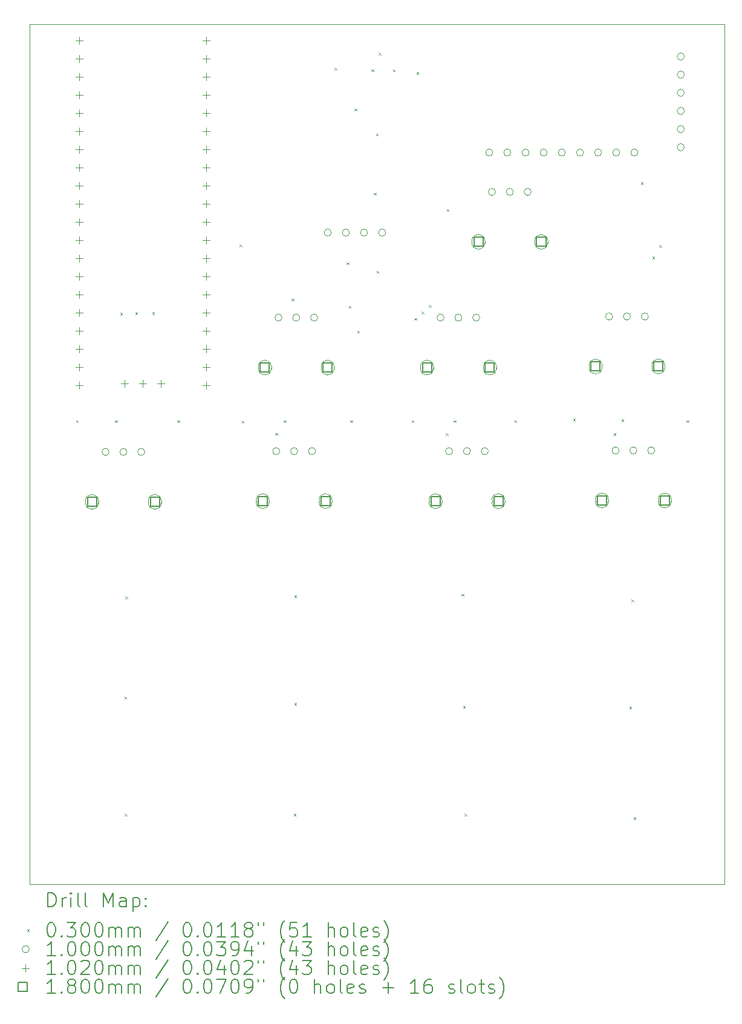
<source format=gbr>
%TF.GenerationSoftware,KiCad,Pcbnew,8.0.3*%
%TF.CreationDate,2024-07-12T18:26:02-05:00*%
%TF.ProjectId,controller,636f6e74-726f-46c6-9c65-722e6b696361,rev?*%
%TF.SameCoordinates,Original*%
%TF.FileFunction,Drillmap*%
%TF.FilePolarity,Positive*%
%FSLAX45Y45*%
G04 Gerber Fmt 4.5, Leading zero omitted, Abs format (unit mm)*
G04 Created by KiCad (PCBNEW 8.0.3) date 2024-07-12 18:26:02*
%MOMM*%
%LPD*%
G01*
G04 APERTURE LIST*
%ADD10C,0.050000*%
%ADD11C,0.200000*%
%ADD12C,0.100000*%
%ADD13C,0.102000*%
%ADD14C,0.180000*%
G04 APERTURE END LIST*
D10*
X6395000Y-2085000D02*
X16125000Y-2085000D01*
X16125000Y-14125000D01*
X6395000Y-14125000D01*
X6395000Y-2085000D01*
D11*
D12*
X7045000Y-7625000D02*
X7075000Y-7655000D01*
X7075000Y-7625000D02*
X7045000Y-7655000D01*
X7595000Y-7625000D02*
X7625000Y-7655000D01*
X7625000Y-7625000D02*
X7595000Y-7655000D01*
X7665000Y-6125000D02*
X7695000Y-6155000D01*
X7695000Y-6125000D02*
X7665000Y-6155000D01*
X7725000Y-11495000D02*
X7755000Y-11525000D01*
X7755000Y-11495000D02*
X7725000Y-11525000D01*
X7726666Y-13133303D02*
X7756666Y-13163303D01*
X7756666Y-13133303D02*
X7726666Y-13163303D01*
X7736666Y-10093303D02*
X7766666Y-10123303D01*
X7766666Y-10093303D02*
X7736666Y-10123303D01*
X7875000Y-6115000D02*
X7905000Y-6145000D01*
X7905000Y-6115000D02*
X7875000Y-6145000D01*
X8115000Y-6115000D02*
X8145000Y-6145000D01*
X8145000Y-6115000D02*
X8115000Y-6145000D01*
X8465000Y-7625000D02*
X8495000Y-7655000D01*
X8495000Y-7625000D02*
X8465000Y-7655000D01*
X9335000Y-5165000D02*
X9365000Y-5195000D01*
X9365000Y-5165000D02*
X9335000Y-5195000D01*
X9365000Y-7635000D02*
X9395000Y-7665000D01*
X9395000Y-7635000D02*
X9365000Y-7665000D01*
X9835000Y-7806250D02*
X9865000Y-7836250D01*
X9865000Y-7806250D02*
X9835000Y-7836250D01*
X9955000Y-7625000D02*
X9985000Y-7655000D01*
X9985000Y-7625000D02*
X9955000Y-7655000D01*
X10065000Y-5925000D02*
X10095000Y-5955000D01*
X10095000Y-5925000D02*
X10065000Y-5955000D01*
X10095000Y-13135000D02*
X10125000Y-13165000D01*
X10125000Y-13135000D02*
X10095000Y-13165000D01*
X10102212Y-10076091D02*
X10132212Y-10106091D01*
X10132212Y-10076091D02*
X10102212Y-10106091D01*
X10105000Y-11585000D02*
X10135000Y-11615000D01*
X10135000Y-11585000D02*
X10105000Y-11615000D01*
X10665000Y-2695000D02*
X10695000Y-2725000D01*
X10695000Y-2695000D02*
X10665000Y-2725000D01*
X10835000Y-5415000D02*
X10865000Y-5445000D01*
X10865000Y-5415000D02*
X10835000Y-5445000D01*
X10865000Y-6025000D02*
X10895000Y-6055000D01*
X10895000Y-6025000D02*
X10865000Y-6055000D01*
X10885000Y-7625000D02*
X10915000Y-7655000D01*
X10915000Y-7625000D02*
X10885000Y-7655000D01*
X10945000Y-3265000D02*
X10975000Y-3295000D01*
X10975000Y-3265000D02*
X10945000Y-3295000D01*
X10985000Y-6375000D02*
X11015000Y-6405000D01*
X11015000Y-6375000D02*
X10985000Y-6405000D01*
X11185000Y-2715000D02*
X11215000Y-2745000D01*
X11215000Y-2715000D02*
X11185000Y-2745000D01*
X11215000Y-4445000D02*
X11245000Y-4475000D01*
X11245000Y-4445000D02*
X11215000Y-4475000D01*
X11245000Y-3615000D02*
X11275000Y-3645000D01*
X11275000Y-3615000D02*
X11245000Y-3645000D01*
X11255000Y-5535408D02*
X11285000Y-5565408D01*
X11285000Y-5535408D02*
X11255000Y-5565408D01*
X11285000Y-2485000D02*
X11315000Y-2515000D01*
X11315000Y-2485000D02*
X11285000Y-2515000D01*
X11485000Y-2715000D02*
X11515000Y-2745000D01*
X11515000Y-2715000D02*
X11485000Y-2745000D01*
X11745000Y-7625000D02*
X11775000Y-7655000D01*
X11775000Y-7625000D02*
X11745000Y-7655000D01*
X11784500Y-6194481D02*
X11814500Y-6224481D01*
X11814500Y-6194481D02*
X11784500Y-6224481D01*
X11815000Y-2755000D02*
X11845000Y-2785000D01*
X11845000Y-2755000D02*
X11815000Y-2785000D01*
X11885000Y-6105000D02*
X11915000Y-6135000D01*
X11915000Y-6105000D02*
X11885000Y-6135000D01*
X11985000Y-6015000D02*
X12015000Y-6045000D01*
X12015000Y-6015000D02*
X11985000Y-6045000D01*
X12225000Y-7807500D02*
X12255000Y-7837500D01*
X12255000Y-7807500D02*
X12225000Y-7837500D01*
X12236571Y-4673429D02*
X12266571Y-4703429D01*
X12266571Y-4673429D02*
X12236571Y-4703429D01*
X12335000Y-7625000D02*
X12365000Y-7655000D01*
X12365000Y-7625000D02*
X12335000Y-7655000D01*
X12445000Y-10055000D02*
X12475000Y-10085000D01*
X12475000Y-10055000D02*
X12445000Y-10085000D01*
X12465000Y-11625000D02*
X12495000Y-11655000D01*
X12495000Y-11625000D02*
X12465000Y-11655000D01*
X12485000Y-13135000D02*
X12515000Y-13165000D01*
X12515000Y-13135000D02*
X12485000Y-13165000D01*
X13185000Y-7625000D02*
X13215000Y-7655000D01*
X13215000Y-7625000D02*
X13185000Y-7655000D01*
X14005000Y-7605000D02*
X14035000Y-7635000D01*
X14035000Y-7605000D02*
X14005000Y-7635000D01*
X14575000Y-7807500D02*
X14605000Y-7837500D01*
X14605000Y-7807500D02*
X14575000Y-7837500D01*
X14685000Y-7615000D02*
X14715000Y-7645000D01*
X14715000Y-7615000D02*
X14685000Y-7645000D01*
X14795000Y-11635000D02*
X14825000Y-11665000D01*
X14825000Y-11635000D02*
X14795000Y-11665000D01*
X14825000Y-10135000D02*
X14855000Y-10165000D01*
X14855000Y-10135000D02*
X14825000Y-10165000D01*
X14855000Y-13185000D02*
X14885000Y-13215000D01*
X14885000Y-13185000D02*
X14855000Y-13215000D01*
X14955000Y-4295000D02*
X14985000Y-4325000D01*
X14985000Y-4295000D02*
X14955000Y-4325000D01*
X15115000Y-5335000D02*
X15145000Y-5365000D01*
X15145000Y-5335000D02*
X15115000Y-5365000D01*
X15215000Y-5175000D02*
X15245000Y-5205000D01*
X15245000Y-5175000D02*
X15215000Y-5205000D01*
X15595000Y-7625000D02*
X15625000Y-7655000D01*
X15625000Y-7625000D02*
X15595000Y-7655000D01*
X7510000Y-8070000D02*
G75*
G02*
X7410000Y-8070000I-50000J0D01*
G01*
X7410000Y-8070000D02*
G75*
G02*
X7510000Y-8070000I50000J0D01*
G01*
X7760000Y-8070000D02*
G75*
G02*
X7660000Y-8070000I-50000J0D01*
G01*
X7660000Y-8070000D02*
G75*
G02*
X7760000Y-8070000I50000J0D01*
G01*
X8010000Y-8070000D02*
G75*
G02*
X7910000Y-8070000I-50000J0D01*
G01*
X7910000Y-8070000D02*
G75*
G02*
X8010000Y-8070000I50000J0D01*
G01*
X9900000Y-8060000D02*
G75*
G02*
X9800000Y-8060000I-50000J0D01*
G01*
X9800000Y-8060000D02*
G75*
G02*
X9900000Y-8060000I50000J0D01*
G01*
X9930000Y-6190000D02*
G75*
G02*
X9830000Y-6190000I-50000J0D01*
G01*
X9830000Y-6190000D02*
G75*
G02*
X9930000Y-6190000I50000J0D01*
G01*
X10150000Y-8060000D02*
G75*
G02*
X10050000Y-8060000I-50000J0D01*
G01*
X10050000Y-8060000D02*
G75*
G02*
X10150000Y-8060000I50000J0D01*
G01*
X10180000Y-6190000D02*
G75*
G02*
X10080000Y-6190000I-50000J0D01*
G01*
X10080000Y-6190000D02*
G75*
G02*
X10180000Y-6190000I50000J0D01*
G01*
X10400000Y-8060000D02*
G75*
G02*
X10300000Y-8060000I-50000J0D01*
G01*
X10300000Y-8060000D02*
G75*
G02*
X10400000Y-8060000I50000J0D01*
G01*
X10430000Y-6190000D02*
G75*
G02*
X10330000Y-6190000I-50000J0D01*
G01*
X10330000Y-6190000D02*
G75*
G02*
X10430000Y-6190000I50000J0D01*
G01*
X10620600Y-5000700D02*
G75*
G02*
X10520600Y-5000700I-50000J0D01*
G01*
X10520600Y-5000700D02*
G75*
G02*
X10620600Y-5000700I50000J0D01*
G01*
X10874600Y-5000700D02*
G75*
G02*
X10774600Y-5000700I-50000J0D01*
G01*
X10774600Y-5000700D02*
G75*
G02*
X10874600Y-5000700I50000J0D01*
G01*
X11128600Y-5000700D02*
G75*
G02*
X11028600Y-5000700I-50000J0D01*
G01*
X11028600Y-5000700D02*
G75*
G02*
X11128600Y-5000700I50000J0D01*
G01*
X11382600Y-5000700D02*
G75*
G02*
X11282600Y-5000700I-50000J0D01*
G01*
X11282600Y-5000700D02*
G75*
G02*
X11382600Y-5000700I50000J0D01*
G01*
X12200000Y-6190000D02*
G75*
G02*
X12100000Y-6190000I-50000J0D01*
G01*
X12100000Y-6190000D02*
G75*
G02*
X12200000Y-6190000I50000J0D01*
G01*
X12320000Y-8060000D02*
G75*
G02*
X12220000Y-8060000I-50000J0D01*
G01*
X12220000Y-8060000D02*
G75*
G02*
X12320000Y-8060000I50000J0D01*
G01*
X12450000Y-6190000D02*
G75*
G02*
X12350000Y-6190000I-50000J0D01*
G01*
X12350000Y-6190000D02*
G75*
G02*
X12450000Y-6190000I50000J0D01*
G01*
X12570000Y-8060000D02*
G75*
G02*
X12470000Y-8060000I-50000J0D01*
G01*
X12470000Y-8060000D02*
G75*
G02*
X12570000Y-8060000I50000J0D01*
G01*
X12700000Y-6190000D02*
G75*
G02*
X12600000Y-6190000I-50000J0D01*
G01*
X12600000Y-6190000D02*
G75*
G02*
X12700000Y-6190000I50000J0D01*
G01*
X12820000Y-8060000D02*
G75*
G02*
X12720000Y-8060000I-50000J0D01*
G01*
X12720000Y-8060000D02*
G75*
G02*
X12820000Y-8060000I50000J0D01*
G01*
X12882000Y-3880000D02*
G75*
G02*
X12782000Y-3880000I-50000J0D01*
G01*
X12782000Y-3880000D02*
G75*
G02*
X12882000Y-3880000I50000J0D01*
G01*
X12920000Y-4430000D02*
G75*
G02*
X12820000Y-4430000I-50000J0D01*
G01*
X12820000Y-4430000D02*
G75*
G02*
X12920000Y-4430000I50000J0D01*
G01*
X13136000Y-3880000D02*
G75*
G02*
X13036000Y-3880000I-50000J0D01*
G01*
X13036000Y-3880000D02*
G75*
G02*
X13136000Y-3880000I50000J0D01*
G01*
X13170000Y-4430000D02*
G75*
G02*
X13070000Y-4430000I-50000J0D01*
G01*
X13070000Y-4430000D02*
G75*
G02*
X13170000Y-4430000I50000J0D01*
G01*
X13390000Y-3880000D02*
G75*
G02*
X13290000Y-3880000I-50000J0D01*
G01*
X13290000Y-3880000D02*
G75*
G02*
X13390000Y-3880000I50000J0D01*
G01*
X13420000Y-4430000D02*
G75*
G02*
X13320000Y-4430000I-50000J0D01*
G01*
X13320000Y-4430000D02*
G75*
G02*
X13420000Y-4430000I50000J0D01*
G01*
X13644000Y-3880000D02*
G75*
G02*
X13544000Y-3880000I-50000J0D01*
G01*
X13544000Y-3880000D02*
G75*
G02*
X13644000Y-3880000I50000J0D01*
G01*
X13898000Y-3880000D02*
G75*
G02*
X13798000Y-3880000I-50000J0D01*
G01*
X13798000Y-3880000D02*
G75*
G02*
X13898000Y-3880000I50000J0D01*
G01*
X14152000Y-3880000D02*
G75*
G02*
X14052000Y-3880000I-50000J0D01*
G01*
X14052000Y-3880000D02*
G75*
G02*
X14152000Y-3880000I50000J0D01*
G01*
X14406000Y-3880000D02*
G75*
G02*
X14306000Y-3880000I-50000J0D01*
G01*
X14306000Y-3880000D02*
G75*
G02*
X14406000Y-3880000I50000J0D01*
G01*
X14560000Y-6175000D02*
G75*
G02*
X14460000Y-6175000I-50000J0D01*
G01*
X14460000Y-6175000D02*
G75*
G02*
X14560000Y-6175000I50000J0D01*
G01*
X14650000Y-8050000D02*
G75*
G02*
X14550000Y-8050000I-50000J0D01*
G01*
X14550000Y-8050000D02*
G75*
G02*
X14650000Y-8050000I50000J0D01*
G01*
X14660000Y-3880000D02*
G75*
G02*
X14560000Y-3880000I-50000J0D01*
G01*
X14560000Y-3880000D02*
G75*
G02*
X14660000Y-3880000I50000J0D01*
G01*
X14810000Y-6175000D02*
G75*
G02*
X14710000Y-6175000I-50000J0D01*
G01*
X14710000Y-6175000D02*
G75*
G02*
X14810000Y-6175000I50000J0D01*
G01*
X14900000Y-8050000D02*
G75*
G02*
X14800000Y-8050000I-50000J0D01*
G01*
X14800000Y-8050000D02*
G75*
G02*
X14900000Y-8050000I50000J0D01*
G01*
X14914000Y-3880000D02*
G75*
G02*
X14814000Y-3880000I-50000J0D01*
G01*
X14814000Y-3880000D02*
G75*
G02*
X14914000Y-3880000I50000J0D01*
G01*
X15060000Y-6175000D02*
G75*
G02*
X14960000Y-6175000I-50000J0D01*
G01*
X14960000Y-6175000D02*
G75*
G02*
X15060000Y-6175000I50000J0D01*
G01*
X15150000Y-8050000D02*
G75*
G02*
X15050000Y-8050000I-50000J0D01*
G01*
X15050000Y-8050000D02*
G75*
G02*
X15150000Y-8050000I50000J0D01*
G01*
X15564000Y-2535000D02*
G75*
G02*
X15464000Y-2535000I-50000J0D01*
G01*
X15464000Y-2535000D02*
G75*
G02*
X15564000Y-2535000I50000J0D01*
G01*
X15564000Y-2789000D02*
G75*
G02*
X15464000Y-2789000I-50000J0D01*
G01*
X15464000Y-2789000D02*
G75*
G02*
X15564000Y-2789000I50000J0D01*
G01*
X15564000Y-3043000D02*
G75*
G02*
X15464000Y-3043000I-50000J0D01*
G01*
X15464000Y-3043000D02*
G75*
G02*
X15564000Y-3043000I50000J0D01*
G01*
X15564000Y-3297000D02*
G75*
G02*
X15464000Y-3297000I-50000J0D01*
G01*
X15464000Y-3297000D02*
G75*
G02*
X15564000Y-3297000I50000J0D01*
G01*
X15564000Y-3551000D02*
G75*
G02*
X15464000Y-3551000I-50000J0D01*
G01*
X15464000Y-3551000D02*
G75*
G02*
X15564000Y-3551000I50000J0D01*
G01*
X15564000Y-3805000D02*
G75*
G02*
X15464000Y-3805000I-50000J0D01*
G01*
X15464000Y-3805000D02*
G75*
G02*
X15564000Y-3805000I50000J0D01*
G01*
D13*
X7090000Y-2259000D02*
X7090000Y-2361000D01*
X7039000Y-2310000D02*
X7141000Y-2310000D01*
X7090000Y-2513000D02*
X7090000Y-2615000D01*
X7039000Y-2564000D02*
X7141000Y-2564000D01*
X7090000Y-2767000D02*
X7090000Y-2869000D01*
X7039000Y-2818000D02*
X7141000Y-2818000D01*
X7090000Y-3021000D02*
X7090000Y-3123000D01*
X7039000Y-3072000D02*
X7141000Y-3072000D01*
X7090000Y-3275000D02*
X7090000Y-3377000D01*
X7039000Y-3326000D02*
X7141000Y-3326000D01*
X7090000Y-3529000D02*
X7090000Y-3631000D01*
X7039000Y-3580000D02*
X7141000Y-3580000D01*
X7090000Y-3783000D02*
X7090000Y-3885000D01*
X7039000Y-3834000D02*
X7141000Y-3834000D01*
X7090000Y-4037000D02*
X7090000Y-4139000D01*
X7039000Y-4088000D02*
X7141000Y-4088000D01*
X7090000Y-4291000D02*
X7090000Y-4393000D01*
X7039000Y-4342000D02*
X7141000Y-4342000D01*
X7090000Y-4545000D02*
X7090000Y-4647000D01*
X7039000Y-4596000D02*
X7141000Y-4596000D01*
X7090000Y-4799000D02*
X7090000Y-4901000D01*
X7039000Y-4850000D02*
X7141000Y-4850000D01*
X7090000Y-5053000D02*
X7090000Y-5155000D01*
X7039000Y-5104000D02*
X7141000Y-5104000D01*
X7090000Y-5307000D02*
X7090000Y-5409000D01*
X7039000Y-5358000D02*
X7141000Y-5358000D01*
X7090000Y-5561000D02*
X7090000Y-5663000D01*
X7039000Y-5612000D02*
X7141000Y-5612000D01*
X7090000Y-5815000D02*
X7090000Y-5917000D01*
X7039000Y-5866000D02*
X7141000Y-5866000D01*
X7090000Y-6069000D02*
X7090000Y-6171000D01*
X7039000Y-6120000D02*
X7141000Y-6120000D01*
X7090000Y-6323000D02*
X7090000Y-6425000D01*
X7039000Y-6374000D02*
X7141000Y-6374000D01*
X7090000Y-6577000D02*
X7090000Y-6679000D01*
X7039000Y-6628000D02*
X7141000Y-6628000D01*
X7090000Y-6831000D02*
X7090000Y-6933000D01*
X7039000Y-6882000D02*
X7141000Y-6882000D01*
X7090000Y-7085000D02*
X7090000Y-7187000D01*
X7039000Y-7136000D02*
X7141000Y-7136000D01*
X7725000Y-7062000D02*
X7725000Y-7164000D01*
X7674000Y-7113000D02*
X7776000Y-7113000D01*
X7979000Y-7062000D02*
X7979000Y-7164000D01*
X7928000Y-7113000D02*
X8030000Y-7113000D01*
X8233000Y-7062000D02*
X8233000Y-7164000D01*
X8182000Y-7113000D02*
X8284000Y-7113000D01*
X8868000Y-2259000D02*
X8868000Y-2361000D01*
X8817000Y-2310000D02*
X8919000Y-2310000D01*
X8868000Y-2513000D02*
X8868000Y-2615000D01*
X8817000Y-2564000D02*
X8919000Y-2564000D01*
X8868000Y-2767000D02*
X8868000Y-2869000D01*
X8817000Y-2818000D02*
X8919000Y-2818000D01*
X8868000Y-3021000D02*
X8868000Y-3123000D01*
X8817000Y-3072000D02*
X8919000Y-3072000D01*
X8868000Y-3275000D02*
X8868000Y-3377000D01*
X8817000Y-3326000D02*
X8919000Y-3326000D01*
X8868000Y-3529000D02*
X8868000Y-3631000D01*
X8817000Y-3580000D02*
X8919000Y-3580000D01*
X8868000Y-3783000D02*
X8868000Y-3885000D01*
X8817000Y-3834000D02*
X8919000Y-3834000D01*
X8868000Y-4037000D02*
X8868000Y-4139000D01*
X8817000Y-4088000D02*
X8919000Y-4088000D01*
X8868000Y-4291000D02*
X8868000Y-4393000D01*
X8817000Y-4342000D02*
X8919000Y-4342000D01*
X8868000Y-4545000D02*
X8868000Y-4647000D01*
X8817000Y-4596000D02*
X8919000Y-4596000D01*
X8868000Y-4799000D02*
X8868000Y-4901000D01*
X8817000Y-4850000D02*
X8919000Y-4850000D01*
X8868000Y-5053000D02*
X8868000Y-5155000D01*
X8817000Y-5104000D02*
X8919000Y-5104000D01*
X8868000Y-5307000D02*
X8868000Y-5409000D01*
X8817000Y-5358000D02*
X8919000Y-5358000D01*
X8868000Y-5561000D02*
X8868000Y-5663000D01*
X8817000Y-5612000D02*
X8919000Y-5612000D01*
X8868000Y-5815000D02*
X8868000Y-5917000D01*
X8817000Y-5866000D02*
X8919000Y-5866000D01*
X8868000Y-6069000D02*
X8868000Y-6171000D01*
X8817000Y-6120000D02*
X8919000Y-6120000D01*
X8868000Y-6323000D02*
X8868000Y-6425000D01*
X8817000Y-6374000D02*
X8919000Y-6374000D01*
X8868000Y-6577000D02*
X8868000Y-6679000D01*
X8817000Y-6628000D02*
X8919000Y-6628000D01*
X8868000Y-6831000D02*
X8868000Y-6933000D01*
X8817000Y-6882000D02*
X8919000Y-6882000D01*
X8868000Y-7085000D02*
X8868000Y-7187000D01*
X8817000Y-7136000D02*
X8919000Y-7136000D01*
D14*
X7333640Y-8833640D02*
X7333640Y-8706360D01*
X7206360Y-8706360D01*
X7206360Y-8833640D01*
X7333640Y-8833640D01*
D12*
X7180000Y-8755000D02*
X7180000Y-8785000D01*
X7360000Y-8785000D02*
G75*
G02*
X7180000Y-8785000I-90000J0D01*
G01*
X7360000Y-8785000D02*
X7360000Y-8755000D01*
X7360000Y-8755000D02*
G75*
G03*
X7180000Y-8755000I-90000J0D01*
G01*
D14*
X8213640Y-8833640D02*
X8213640Y-8706360D01*
X8086360Y-8706360D01*
X8086360Y-8833640D01*
X8213640Y-8833640D01*
D12*
X8060000Y-8755000D02*
X8060000Y-8785000D01*
X8240000Y-8785000D02*
G75*
G02*
X8060000Y-8785000I-90000J0D01*
G01*
X8240000Y-8785000D02*
X8240000Y-8755000D01*
X8240000Y-8755000D02*
G75*
G03*
X8060000Y-8755000I-90000J0D01*
G01*
D14*
X9723640Y-8823640D02*
X9723640Y-8696360D01*
X9596360Y-8696360D01*
X9596360Y-8823640D01*
X9723640Y-8823640D01*
D12*
X9570000Y-8745000D02*
X9570000Y-8775000D01*
X9750000Y-8775000D02*
G75*
G02*
X9570000Y-8775000I-90000J0D01*
G01*
X9750000Y-8775000D02*
X9750000Y-8745000D01*
X9750000Y-8745000D02*
G75*
G03*
X9570000Y-8745000I-90000J0D01*
G01*
D14*
X9753640Y-6953640D02*
X9753640Y-6826360D01*
X9626360Y-6826360D01*
X9626360Y-6953640D01*
X9753640Y-6953640D01*
D12*
X9600000Y-6875000D02*
X9600000Y-6905000D01*
X9780000Y-6905000D02*
G75*
G02*
X9600000Y-6905000I-90000J0D01*
G01*
X9780000Y-6905000D02*
X9780000Y-6875000D01*
X9780000Y-6875000D02*
G75*
G03*
X9600000Y-6875000I-90000J0D01*
G01*
D14*
X10603640Y-8823640D02*
X10603640Y-8696360D01*
X10476360Y-8696360D01*
X10476360Y-8823640D01*
X10603640Y-8823640D01*
D12*
X10450000Y-8745000D02*
X10450000Y-8775000D01*
X10630000Y-8775000D02*
G75*
G02*
X10450000Y-8775000I-90000J0D01*
G01*
X10630000Y-8775000D02*
X10630000Y-8745000D01*
X10630000Y-8745000D02*
G75*
G03*
X10450000Y-8745000I-90000J0D01*
G01*
D14*
X10633640Y-6953640D02*
X10633640Y-6826360D01*
X10506360Y-6826360D01*
X10506360Y-6953640D01*
X10633640Y-6953640D01*
D12*
X10480000Y-6875000D02*
X10480000Y-6905000D01*
X10660000Y-6905000D02*
G75*
G02*
X10480000Y-6905000I-90000J0D01*
G01*
X10660000Y-6905000D02*
X10660000Y-6875000D01*
X10660000Y-6875000D02*
G75*
G03*
X10480000Y-6875000I-90000J0D01*
G01*
D14*
X12023640Y-6953640D02*
X12023640Y-6826360D01*
X11896360Y-6826360D01*
X11896360Y-6953640D01*
X12023640Y-6953640D01*
D12*
X11870000Y-6875000D02*
X11870000Y-6905000D01*
X12050000Y-6905000D02*
G75*
G02*
X11870000Y-6905000I-90000J0D01*
G01*
X12050000Y-6905000D02*
X12050000Y-6875000D01*
X12050000Y-6875000D02*
G75*
G03*
X11870000Y-6875000I-90000J0D01*
G01*
D14*
X12143640Y-8823640D02*
X12143640Y-8696360D01*
X12016360Y-8696360D01*
X12016360Y-8823640D01*
X12143640Y-8823640D01*
D12*
X11990000Y-8745000D02*
X11990000Y-8775000D01*
X12170000Y-8775000D02*
G75*
G02*
X11990000Y-8775000I-90000J0D01*
G01*
X12170000Y-8775000D02*
X12170000Y-8745000D01*
X12170000Y-8745000D02*
G75*
G03*
X11990000Y-8745000I-90000J0D01*
G01*
D14*
X12743640Y-5193640D02*
X12743640Y-5066360D01*
X12616360Y-5066360D01*
X12616360Y-5193640D01*
X12743640Y-5193640D01*
D12*
X12590000Y-5115000D02*
X12590000Y-5145000D01*
X12770000Y-5145000D02*
G75*
G02*
X12590000Y-5145000I-90000J0D01*
G01*
X12770000Y-5145000D02*
X12770000Y-5115000D01*
X12770000Y-5115000D02*
G75*
G03*
X12590000Y-5115000I-90000J0D01*
G01*
D14*
X12903640Y-6953640D02*
X12903640Y-6826360D01*
X12776360Y-6826360D01*
X12776360Y-6953640D01*
X12903640Y-6953640D01*
D12*
X12750000Y-6875000D02*
X12750000Y-6905000D01*
X12930000Y-6905000D02*
G75*
G02*
X12750000Y-6905000I-90000J0D01*
G01*
X12930000Y-6905000D02*
X12930000Y-6875000D01*
X12930000Y-6875000D02*
G75*
G03*
X12750000Y-6875000I-90000J0D01*
G01*
D14*
X13023640Y-8823640D02*
X13023640Y-8696360D01*
X12896360Y-8696360D01*
X12896360Y-8823640D01*
X13023640Y-8823640D01*
D12*
X12870000Y-8745000D02*
X12870000Y-8775000D01*
X13050000Y-8775000D02*
G75*
G02*
X12870000Y-8775000I-90000J0D01*
G01*
X13050000Y-8775000D02*
X13050000Y-8745000D01*
X13050000Y-8745000D02*
G75*
G03*
X12870000Y-8745000I-90000J0D01*
G01*
D14*
X13623640Y-5193640D02*
X13623640Y-5066360D01*
X13496360Y-5066360D01*
X13496360Y-5193640D01*
X13623640Y-5193640D01*
D12*
X13470000Y-5115000D02*
X13470000Y-5145000D01*
X13650000Y-5145000D02*
G75*
G02*
X13470000Y-5145000I-90000J0D01*
G01*
X13650000Y-5145000D02*
X13650000Y-5115000D01*
X13650000Y-5115000D02*
G75*
G03*
X13470000Y-5115000I-90000J0D01*
G01*
D14*
X14383640Y-6938640D02*
X14383640Y-6811360D01*
X14256360Y-6811360D01*
X14256360Y-6938640D01*
X14383640Y-6938640D01*
D12*
X14230000Y-6860000D02*
X14230000Y-6890000D01*
X14410000Y-6890000D02*
G75*
G02*
X14230000Y-6890000I-90000J0D01*
G01*
X14410000Y-6890000D02*
X14410000Y-6860000D01*
X14410000Y-6860000D02*
G75*
G03*
X14230000Y-6860000I-90000J0D01*
G01*
D14*
X14473640Y-8813640D02*
X14473640Y-8686360D01*
X14346360Y-8686360D01*
X14346360Y-8813640D01*
X14473640Y-8813640D01*
D12*
X14320000Y-8735000D02*
X14320000Y-8765000D01*
X14500000Y-8765000D02*
G75*
G02*
X14320000Y-8765000I-90000J0D01*
G01*
X14500000Y-8765000D02*
X14500000Y-8735000D01*
X14500000Y-8735000D02*
G75*
G03*
X14320000Y-8735000I-90000J0D01*
G01*
D14*
X15263640Y-6938640D02*
X15263640Y-6811360D01*
X15136360Y-6811360D01*
X15136360Y-6938640D01*
X15263640Y-6938640D01*
D12*
X15110000Y-6860000D02*
X15110000Y-6890000D01*
X15290000Y-6890000D02*
G75*
G02*
X15110000Y-6890000I-90000J0D01*
G01*
X15290000Y-6890000D02*
X15290000Y-6860000D01*
X15290000Y-6860000D02*
G75*
G03*
X15110000Y-6860000I-90000J0D01*
G01*
D14*
X15353640Y-8813640D02*
X15353640Y-8686360D01*
X15226360Y-8686360D01*
X15226360Y-8813640D01*
X15353640Y-8813640D01*
D12*
X15200000Y-8735000D02*
X15200000Y-8765000D01*
X15380000Y-8765000D02*
G75*
G02*
X15200000Y-8765000I-90000J0D01*
G01*
X15380000Y-8765000D02*
X15380000Y-8735000D01*
X15380000Y-8735000D02*
G75*
G03*
X15200000Y-8735000I-90000J0D01*
G01*
D11*
X6653277Y-14438984D02*
X6653277Y-14238984D01*
X6653277Y-14238984D02*
X6700896Y-14238984D01*
X6700896Y-14238984D02*
X6729467Y-14248508D01*
X6729467Y-14248508D02*
X6748515Y-14267555D01*
X6748515Y-14267555D02*
X6758039Y-14286603D01*
X6758039Y-14286603D02*
X6767562Y-14324698D01*
X6767562Y-14324698D02*
X6767562Y-14353269D01*
X6767562Y-14353269D02*
X6758039Y-14391365D01*
X6758039Y-14391365D02*
X6748515Y-14410412D01*
X6748515Y-14410412D02*
X6729467Y-14429460D01*
X6729467Y-14429460D02*
X6700896Y-14438984D01*
X6700896Y-14438984D02*
X6653277Y-14438984D01*
X6853277Y-14438984D02*
X6853277Y-14305650D01*
X6853277Y-14343746D02*
X6862801Y-14324698D01*
X6862801Y-14324698D02*
X6872324Y-14315174D01*
X6872324Y-14315174D02*
X6891372Y-14305650D01*
X6891372Y-14305650D02*
X6910420Y-14305650D01*
X6977086Y-14438984D02*
X6977086Y-14305650D01*
X6977086Y-14238984D02*
X6967562Y-14248508D01*
X6967562Y-14248508D02*
X6977086Y-14258031D01*
X6977086Y-14258031D02*
X6986610Y-14248508D01*
X6986610Y-14248508D02*
X6977086Y-14238984D01*
X6977086Y-14238984D02*
X6977086Y-14258031D01*
X7100896Y-14438984D02*
X7081848Y-14429460D01*
X7081848Y-14429460D02*
X7072324Y-14410412D01*
X7072324Y-14410412D02*
X7072324Y-14238984D01*
X7205658Y-14438984D02*
X7186610Y-14429460D01*
X7186610Y-14429460D02*
X7177086Y-14410412D01*
X7177086Y-14410412D02*
X7177086Y-14238984D01*
X7434229Y-14438984D02*
X7434229Y-14238984D01*
X7434229Y-14238984D02*
X7500896Y-14381841D01*
X7500896Y-14381841D02*
X7567562Y-14238984D01*
X7567562Y-14238984D02*
X7567562Y-14438984D01*
X7748515Y-14438984D02*
X7748515Y-14334222D01*
X7748515Y-14334222D02*
X7738991Y-14315174D01*
X7738991Y-14315174D02*
X7719943Y-14305650D01*
X7719943Y-14305650D02*
X7681848Y-14305650D01*
X7681848Y-14305650D02*
X7662801Y-14315174D01*
X7748515Y-14429460D02*
X7729467Y-14438984D01*
X7729467Y-14438984D02*
X7681848Y-14438984D01*
X7681848Y-14438984D02*
X7662801Y-14429460D01*
X7662801Y-14429460D02*
X7653277Y-14410412D01*
X7653277Y-14410412D02*
X7653277Y-14391365D01*
X7653277Y-14391365D02*
X7662801Y-14372317D01*
X7662801Y-14372317D02*
X7681848Y-14362793D01*
X7681848Y-14362793D02*
X7729467Y-14362793D01*
X7729467Y-14362793D02*
X7748515Y-14353269D01*
X7843753Y-14305650D02*
X7843753Y-14505650D01*
X7843753Y-14315174D02*
X7862801Y-14305650D01*
X7862801Y-14305650D02*
X7900896Y-14305650D01*
X7900896Y-14305650D02*
X7919943Y-14315174D01*
X7919943Y-14315174D02*
X7929467Y-14324698D01*
X7929467Y-14324698D02*
X7938991Y-14343746D01*
X7938991Y-14343746D02*
X7938991Y-14400888D01*
X7938991Y-14400888D02*
X7929467Y-14419936D01*
X7929467Y-14419936D02*
X7919943Y-14429460D01*
X7919943Y-14429460D02*
X7900896Y-14438984D01*
X7900896Y-14438984D02*
X7862801Y-14438984D01*
X7862801Y-14438984D02*
X7843753Y-14429460D01*
X8024705Y-14419936D02*
X8034229Y-14429460D01*
X8034229Y-14429460D02*
X8024705Y-14438984D01*
X8024705Y-14438984D02*
X8015182Y-14429460D01*
X8015182Y-14429460D02*
X8024705Y-14419936D01*
X8024705Y-14419936D02*
X8024705Y-14438984D01*
X8024705Y-14315174D02*
X8034229Y-14324698D01*
X8034229Y-14324698D02*
X8024705Y-14334222D01*
X8024705Y-14334222D02*
X8015182Y-14324698D01*
X8015182Y-14324698D02*
X8024705Y-14315174D01*
X8024705Y-14315174D02*
X8024705Y-14334222D01*
D12*
X6362500Y-14752500D02*
X6392500Y-14782500D01*
X6392500Y-14752500D02*
X6362500Y-14782500D01*
D11*
X6691372Y-14658984D02*
X6710420Y-14658984D01*
X6710420Y-14658984D02*
X6729467Y-14668508D01*
X6729467Y-14668508D02*
X6738991Y-14678031D01*
X6738991Y-14678031D02*
X6748515Y-14697079D01*
X6748515Y-14697079D02*
X6758039Y-14735174D01*
X6758039Y-14735174D02*
X6758039Y-14782793D01*
X6758039Y-14782793D02*
X6748515Y-14820888D01*
X6748515Y-14820888D02*
X6738991Y-14839936D01*
X6738991Y-14839936D02*
X6729467Y-14849460D01*
X6729467Y-14849460D02*
X6710420Y-14858984D01*
X6710420Y-14858984D02*
X6691372Y-14858984D01*
X6691372Y-14858984D02*
X6672324Y-14849460D01*
X6672324Y-14849460D02*
X6662801Y-14839936D01*
X6662801Y-14839936D02*
X6653277Y-14820888D01*
X6653277Y-14820888D02*
X6643753Y-14782793D01*
X6643753Y-14782793D02*
X6643753Y-14735174D01*
X6643753Y-14735174D02*
X6653277Y-14697079D01*
X6653277Y-14697079D02*
X6662801Y-14678031D01*
X6662801Y-14678031D02*
X6672324Y-14668508D01*
X6672324Y-14668508D02*
X6691372Y-14658984D01*
X6843753Y-14839936D02*
X6853277Y-14849460D01*
X6853277Y-14849460D02*
X6843753Y-14858984D01*
X6843753Y-14858984D02*
X6834229Y-14849460D01*
X6834229Y-14849460D02*
X6843753Y-14839936D01*
X6843753Y-14839936D02*
X6843753Y-14858984D01*
X6919943Y-14658984D02*
X7043753Y-14658984D01*
X7043753Y-14658984D02*
X6977086Y-14735174D01*
X6977086Y-14735174D02*
X7005658Y-14735174D01*
X7005658Y-14735174D02*
X7024705Y-14744698D01*
X7024705Y-14744698D02*
X7034229Y-14754222D01*
X7034229Y-14754222D02*
X7043753Y-14773269D01*
X7043753Y-14773269D02*
X7043753Y-14820888D01*
X7043753Y-14820888D02*
X7034229Y-14839936D01*
X7034229Y-14839936D02*
X7024705Y-14849460D01*
X7024705Y-14849460D02*
X7005658Y-14858984D01*
X7005658Y-14858984D02*
X6948515Y-14858984D01*
X6948515Y-14858984D02*
X6929467Y-14849460D01*
X6929467Y-14849460D02*
X6919943Y-14839936D01*
X7167562Y-14658984D02*
X7186610Y-14658984D01*
X7186610Y-14658984D02*
X7205658Y-14668508D01*
X7205658Y-14668508D02*
X7215182Y-14678031D01*
X7215182Y-14678031D02*
X7224705Y-14697079D01*
X7224705Y-14697079D02*
X7234229Y-14735174D01*
X7234229Y-14735174D02*
X7234229Y-14782793D01*
X7234229Y-14782793D02*
X7224705Y-14820888D01*
X7224705Y-14820888D02*
X7215182Y-14839936D01*
X7215182Y-14839936D02*
X7205658Y-14849460D01*
X7205658Y-14849460D02*
X7186610Y-14858984D01*
X7186610Y-14858984D02*
X7167562Y-14858984D01*
X7167562Y-14858984D02*
X7148515Y-14849460D01*
X7148515Y-14849460D02*
X7138991Y-14839936D01*
X7138991Y-14839936D02*
X7129467Y-14820888D01*
X7129467Y-14820888D02*
X7119943Y-14782793D01*
X7119943Y-14782793D02*
X7119943Y-14735174D01*
X7119943Y-14735174D02*
X7129467Y-14697079D01*
X7129467Y-14697079D02*
X7138991Y-14678031D01*
X7138991Y-14678031D02*
X7148515Y-14668508D01*
X7148515Y-14668508D02*
X7167562Y-14658984D01*
X7358039Y-14658984D02*
X7377086Y-14658984D01*
X7377086Y-14658984D02*
X7396134Y-14668508D01*
X7396134Y-14668508D02*
X7405658Y-14678031D01*
X7405658Y-14678031D02*
X7415182Y-14697079D01*
X7415182Y-14697079D02*
X7424705Y-14735174D01*
X7424705Y-14735174D02*
X7424705Y-14782793D01*
X7424705Y-14782793D02*
X7415182Y-14820888D01*
X7415182Y-14820888D02*
X7405658Y-14839936D01*
X7405658Y-14839936D02*
X7396134Y-14849460D01*
X7396134Y-14849460D02*
X7377086Y-14858984D01*
X7377086Y-14858984D02*
X7358039Y-14858984D01*
X7358039Y-14858984D02*
X7338991Y-14849460D01*
X7338991Y-14849460D02*
X7329467Y-14839936D01*
X7329467Y-14839936D02*
X7319943Y-14820888D01*
X7319943Y-14820888D02*
X7310420Y-14782793D01*
X7310420Y-14782793D02*
X7310420Y-14735174D01*
X7310420Y-14735174D02*
X7319943Y-14697079D01*
X7319943Y-14697079D02*
X7329467Y-14678031D01*
X7329467Y-14678031D02*
X7338991Y-14668508D01*
X7338991Y-14668508D02*
X7358039Y-14658984D01*
X7510420Y-14858984D02*
X7510420Y-14725650D01*
X7510420Y-14744698D02*
X7519943Y-14735174D01*
X7519943Y-14735174D02*
X7538991Y-14725650D01*
X7538991Y-14725650D02*
X7567563Y-14725650D01*
X7567563Y-14725650D02*
X7586610Y-14735174D01*
X7586610Y-14735174D02*
X7596134Y-14754222D01*
X7596134Y-14754222D02*
X7596134Y-14858984D01*
X7596134Y-14754222D02*
X7605658Y-14735174D01*
X7605658Y-14735174D02*
X7624705Y-14725650D01*
X7624705Y-14725650D02*
X7653277Y-14725650D01*
X7653277Y-14725650D02*
X7672324Y-14735174D01*
X7672324Y-14735174D02*
X7681848Y-14754222D01*
X7681848Y-14754222D02*
X7681848Y-14858984D01*
X7777086Y-14858984D02*
X7777086Y-14725650D01*
X7777086Y-14744698D02*
X7786610Y-14735174D01*
X7786610Y-14735174D02*
X7805658Y-14725650D01*
X7805658Y-14725650D02*
X7834229Y-14725650D01*
X7834229Y-14725650D02*
X7853277Y-14735174D01*
X7853277Y-14735174D02*
X7862801Y-14754222D01*
X7862801Y-14754222D02*
X7862801Y-14858984D01*
X7862801Y-14754222D02*
X7872324Y-14735174D01*
X7872324Y-14735174D02*
X7891372Y-14725650D01*
X7891372Y-14725650D02*
X7919943Y-14725650D01*
X7919943Y-14725650D02*
X7938991Y-14735174D01*
X7938991Y-14735174D02*
X7948515Y-14754222D01*
X7948515Y-14754222D02*
X7948515Y-14858984D01*
X8338991Y-14649460D02*
X8167563Y-14906603D01*
X8596134Y-14658984D02*
X8615182Y-14658984D01*
X8615182Y-14658984D02*
X8634229Y-14668508D01*
X8634229Y-14668508D02*
X8643753Y-14678031D01*
X8643753Y-14678031D02*
X8653277Y-14697079D01*
X8653277Y-14697079D02*
X8662801Y-14735174D01*
X8662801Y-14735174D02*
X8662801Y-14782793D01*
X8662801Y-14782793D02*
X8653277Y-14820888D01*
X8653277Y-14820888D02*
X8643753Y-14839936D01*
X8643753Y-14839936D02*
X8634229Y-14849460D01*
X8634229Y-14849460D02*
X8615182Y-14858984D01*
X8615182Y-14858984D02*
X8596134Y-14858984D01*
X8596134Y-14858984D02*
X8577087Y-14849460D01*
X8577087Y-14849460D02*
X8567563Y-14839936D01*
X8567563Y-14839936D02*
X8558039Y-14820888D01*
X8558039Y-14820888D02*
X8548515Y-14782793D01*
X8548515Y-14782793D02*
X8548515Y-14735174D01*
X8548515Y-14735174D02*
X8558039Y-14697079D01*
X8558039Y-14697079D02*
X8567563Y-14678031D01*
X8567563Y-14678031D02*
X8577087Y-14668508D01*
X8577087Y-14668508D02*
X8596134Y-14658984D01*
X8748515Y-14839936D02*
X8758039Y-14849460D01*
X8758039Y-14849460D02*
X8748515Y-14858984D01*
X8748515Y-14858984D02*
X8738991Y-14849460D01*
X8738991Y-14849460D02*
X8748515Y-14839936D01*
X8748515Y-14839936D02*
X8748515Y-14858984D01*
X8881848Y-14658984D02*
X8900896Y-14658984D01*
X8900896Y-14658984D02*
X8919944Y-14668508D01*
X8919944Y-14668508D02*
X8929468Y-14678031D01*
X8929468Y-14678031D02*
X8938991Y-14697079D01*
X8938991Y-14697079D02*
X8948515Y-14735174D01*
X8948515Y-14735174D02*
X8948515Y-14782793D01*
X8948515Y-14782793D02*
X8938991Y-14820888D01*
X8938991Y-14820888D02*
X8929468Y-14839936D01*
X8929468Y-14839936D02*
X8919944Y-14849460D01*
X8919944Y-14849460D02*
X8900896Y-14858984D01*
X8900896Y-14858984D02*
X8881848Y-14858984D01*
X8881848Y-14858984D02*
X8862801Y-14849460D01*
X8862801Y-14849460D02*
X8853277Y-14839936D01*
X8853277Y-14839936D02*
X8843753Y-14820888D01*
X8843753Y-14820888D02*
X8834229Y-14782793D01*
X8834229Y-14782793D02*
X8834229Y-14735174D01*
X8834229Y-14735174D02*
X8843753Y-14697079D01*
X8843753Y-14697079D02*
X8853277Y-14678031D01*
X8853277Y-14678031D02*
X8862801Y-14668508D01*
X8862801Y-14668508D02*
X8881848Y-14658984D01*
X9138991Y-14858984D02*
X9024706Y-14858984D01*
X9081848Y-14858984D02*
X9081848Y-14658984D01*
X9081848Y-14658984D02*
X9062801Y-14687555D01*
X9062801Y-14687555D02*
X9043753Y-14706603D01*
X9043753Y-14706603D02*
X9024706Y-14716127D01*
X9329468Y-14858984D02*
X9215182Y-14858984D01*
X9272325Y-14858984D02*
X9272325Y-14658984D01*
X9272325Y-14658984D02*
X9253277Y-14687555D01*
X9253277Y-14687555D02*
X9234229Y-14706603D01*
X9234229Y-14706603D02*
X9215182Y-14716127D01*
X9443753Y-14744698D02*
X9424706Y-14735174D01*
X9424706Y-14735174D02*
X9415182Y-14725650D01*
X9415182Y-14725650D02*
X9405658Y-14706603D01*
X9405658Y-14706603D02*
X9405658Y-14697079D01*
X9405658Y-14697079D02*
X9415182Y-14678031D01*
X9415182Y-14678031D02*
X9424706Y-14668508D01*
X9424706Y-14668508D02*
X9443753Y-14658984D01*
X9443753Y-14658984D02*
X9481849Y-14658984D01*
X9481849Y-14658984D02*
X9500896Y-14668508D01*
X9500896Y-14668508D02*
X9510420Y-14678031D01*
X9510420Y-14678031D02*
X9519944Y-14697079D01*
X9519944Y-14697079D02*
X9519944Y-14706603D01*
X9519944Y-14706603D02*
X9510420Y-14725650D01*
X9510420Y-14725650D02*
X9500896Y-14735174D01*
X9500896Y-14735174D02*
X9481849Y-14744698D01*
X9481849Y-14744698D02*
X9443753Y-14744698D01*
X9443753Y-14744698D02*
X9424706Y-14754222D01*
X9424706Y-14754222D02*
X9415182Y-14763746D01*
X9415182Y-14763746D02*
X9405658Y-14782793D01*
X9405658Y-14782793D02*
X9405658Y-14820888D01*
X9405658Y-14820888D02*
X9415182Y-14839936D01*
X9415182Y-14839936D02*
X9424706Y-14849460D01*
X9424706Y-14849460D02*
X9443753Y-14858984D01*
X9443753Y-14858984D02*
X9481849Y-14858984D01*
X9481849Y-14858984D02*
X9500896Y-14849460D01*
X9500896Y-14849460D02*
X9510420Y-14839936D01*
X9510420Y-14839936D02*
X9519944Y-14820888D01*
X9519944Y-14820888D02*
X9519944Y-14782793D01*
X9519944Y-14782793D02*
X9510420Y-14763746D01*
X9510420Y-14763746D02*
X9500896Y-14754222D01*
X9500896Y-14754222D02*
X9481849Y-14744698D01*
X9596134Y-14658984D02*
X9596134Y-14697079D01*
X9672325Y-14658984D02*
X9672325Y-14697079D01*
X9967563Y-14935174D02*
X9958039Y-14925650D01*
X9958039Y-14925650D02*
X9938991Y-14897079D01*
X9938991Y-14897079D02*
X9929468Y-14878031D01*
X9929468Y-14878031D02*
X9919944Y-14849460D01*
X9919944Y-14849460D02*
X9910420Y-14801841D01*
X9910420Y-14801841D02*
X9910420Y-14763746D01*
X9910420Y-14763746D02*
X9919944Y-14716127D01*
X9919944Y-14716127D02*
X9929468Y-14687555D01*
X9929468Y-14687555D02*
X9938991Y-14668508D01*
X9938991Y-14668508D02*
X9958039Y-14639936D01*
X9958039Y-14639936D02*
X9967563Y-14630412D01*
X10138991Y-14658984D02*
X10043753Y-14658984D01*
X10043753Y-14658984D02*
X10034230Y-14754222D01*
X10034230Y-14754222D02*
X10043753Y-14744698D01*
X10043753Y-14744698D02*
X10062801Y-14735174D01*
X10062801Y-14735174D02*
X10110420Y-14735174D01*
X10110420Y-14735174D02*
X10129468Y-14744698D01*
X10129468Y-14744698D02*
X10138991Y-14754222D01*
X10138991Y-14754222D02*
X10148515Y-14773269D01*
X10148515Y-14773269D02*
X10148515Y-14820888D01*
X10148515Y-14820888D02*
X10138991Y-14839936D01*
X10138991Y-14839936D02*
X10129468Y-14849460D01*
X10129468Y-14849460D02*
X10110420Y-14858984D01*
X10110420Y-14858984D02*
X10062801Y-14858984D01*
X10062801Y-14858984D02*
X10043753Y-14849460D01*
X10043753Y-14849460D02*
X10034230Y-14839936D01*
X10338991Y-14858984D02*
X10224706Y-14858984D01*
X10281849Y-14858984D02*
X10281849Y-14658984D01*
X10281849Y-14658984D02*
X10262801Y-14687555D01*
X10262801Y-14687555D02*
X10243753Y-14706603D01*
X10243753Y-14706603D02*
X10224706Y-14716127D01*
X10577087Y-14858984D02*
X10577087Y-14658984D01*
X10662801Y-14858984D02*
X10662801Y-14754222D01*
X10662801Y-14754222D02*
X10653277Y-14735174D01*
X10653277Y-14735174D02*
X10634230Y-14725650D01*
X10634230Y-14725650D02*
X10605658Y-14725650D01*
X10605658Y-14725650D02*
X10586611Y-14735174D01*
X10586611Y-14735174D02*
X10577087Y-14744698D01*
X10786611Y-14858984D02*
X10767563Y-14849460D01*
X10767563Y-14849460D02*
X10758039Y-14839936D01*
X10758039Y-14839936D02*
X10748515Y-14820888D01*
X10748515Y-14820888D02*
X10748515Y-14763746D01*
X10748515Y-14763746D02*
X10758039Y-14744698D01*
X10758039Y-14744698D02*
X10767563Y-14735174D01*
X10767563Y-14735174D02*
X10786611Y-14725650D01*
X10786611Y-14725650D02*
X10815182Y-14725650D01*
X10815182Y-14725650D02*
X10834230Y-14735174D01*
X10834230Y-14735174D02*
X10843753Y-14744698D01*
X10843753Y-14744698D02*
X10853277Y-14763746D01*
X10853277Y-14763746D02*
X10853277Y-14820888D01*
X10853277Y-14820888D02*
X10843753Y-14839936D01*
X10843753Y-14839936D02*
X10834230Y-14849460D01*
X10834230Y-14849460D02*
X10815182Y-14858984D01*
X10815182Y-14858984D02*
X10786611Y-14858984D01*
X10967563Y-14858984D02*
X10948515Y-14849460D01*
X10948515Y-14849460D02*
X10938992Y-14830412D01*
X10938992Y-14830412D02*
X10938992Y-14658984D01*
X11119944Y-14849460D02*
X11100896Y-14858984D01*
X11100896Y-14858984D02*
X11062801Y-14858984D01*
X11062801Y-14858984D02*
X11043753Y-14849460D01*
X11043753Y-14849460D02*
X11034230Y-14830412D01*
X11034230Y-14830412D02*
X11034230Y-14754222D01*
X11034230Y-14754222D02*
X11043753Y-14735174D01*
X11043753Y-14735174D02*
X11062801Y-14725650D01*
X11062801Y-14725650D02*
X11100896Y-14725650D01*
X11100896Y-14725650D02*
X11119944Y-14735174D01*
X11119944Y-14735174D02*
X11129468Y-14754222D01*
X11129468Y-14754222D02*
X11129468Y-14773269D01*
X11129468Y-14773269D02*
X11034230Y-14792317D01*
X11205658Y-14849460D02*
X11224706Y-14858984D01*
X11224706Y-14858984D02*
X11262801Y-14858984D01*
X11262801Y-14858984D02*
X11281849Y-14849460D01*
X11281849Y-14849460D02*
X11291372Y-14830412D01*
X11291372Y-14830412D02*
X11291372Y-14820888D01*
X11291372Y-14820888D02*
X11281849Y-14801841D01*
X11281849Y-14801841D02*
X11262801Y-14792317D01*
X11262801Y-14792317D02*
X11234230Y-14792317D01*
X11234230Y-14792317D02*
X11215182Y-14782793D01*
X11215182Y-14782793D02*
X11205658Y-14763746D01*
X11205658Y-14763746D02*
X11205658Y-14754222D01*
X11205658Y-14754222D02*
X11215182Y-14735174D01*
X11215182Y-14735174D02*
X11234230Y-14725650D01*
X11234230Y-14725650D02*
X11262801Y-14725650D01*
X11262801Y-14725650D02*
X11281849Y-14735174D01*
X11358039Y-14935174D02*
X11367563Y-14925650D01*
X11367563Y-14925650D02*
X11386611Y-14897079D01*
X11386611Y-14897079D02*
X11396134Y-14878031D01*
X11396134Y-14878031D02*
X11405658Y-14849460D01*
X11405658Y-14849460D02*
X11415182Y-14801841D01*
X11415182Y-14801841D02*
X11415182Y-14763746D01*
X11415182Y-14763746D02*
X11405658Y-14716127D01*
X11405658Y-14716127D02*
X11396134Y-14687555D01*
X11396134Y-14687555D02*
X11386611Y-14668508D01*
X11386611Y-14668508D02*
X11367563Y-14639936D01*
X11367563Y-14639936D02*
X11358039Y-14630412D01*
D12*
X6392500Y-15031500D02*
G75*
G02*
X6292500Y-15031500I-50000J0D01*
G01*
X6292500Y-15031500D02*
G75*
G02*
X6392500Y-15031500I50000J0D01*
G01*
D11*
X6758039Y-15122984D02*
X6643753Y-15122984D01*
X6700896Y-15122984D02*
X6700896Y-14922984D01*
X6700896Y-14922984D02*
X6681848Y-14951555D01*
X6681848Y-14951555D02*
X6662801Y-14970603D01*
X6662801Y-14970603D02*
X6643753Y-14980127D01*
X6843753Y-15103936D02*
X6853277Y-15113460D01*
X6853277Y-15113460D02*
X6843753Y-15122984D01*
X6843753Y-15122984D02*
X6834229Y-15113460D01*
X6834229Y-15113460D02*
X6843753Y-15103936D01*
X6843753Y-15103936D02*
X6843753Y-15122984D01*
X6977086Y-14922984D02*
X6996134Y-14922984D01*
X6996134Y-14922984D02*
X7015182Y-14932508D01*
X7015182Y-14932508D02*
X7024705Y-14942031D01*
X7024705Y-14942031D02*
X7034229Y-14961079D01*
X7034229Y-14961079D02*
X7043753Y-14999174D01*
X7043753Y-14999174D02*
X7043753Y-15046793D01*
X7043753Y-15046793D02*
X7034229Y-15084888D01*
X7034229Y-15084888D02*
X7024705Y-15103936D01*
X7024705Y-15103936D02*
X7015182Y-15113460D01*
X7015182Y-15113460D02*
X6996134Y-15122984D01*
X6996134Y-15122984D02*
X6977086Y-15122984D01*
X6977086Y-15122984D02*
X6958039Y-15113460D01*
X6958039Y-15113460D02*
X6948515Y-15103936D01*
X6948515Y-15103936D02*
X6938991Y-15084888D01*
X6938991Y-15084888D02*
X6929467Y-15046793D01*
X6929467Y-15046793D02*
X6929467Y-14999174D01*
X6929467Y-14999174D02*
X6938991Y-14961079D01*
X6938991Y-14961079D02*
X6948515Y-14942031D01*
X6948515Y-14942031D02*
X6958039Y-14932508D01*
X6958039Y-14932508D02*
X6977086Y-14922984D01*
X7167562Y-14922984D02*
X7186610Y-14922984D01*
X7186610Y-14922984D02*
X7205658Y-14932508D01*
X7205658Y-14932508D02*
X7215182Y-14942031D01*
X7215182Y-14942031D02*
X7224705Y-14961079D01*
X7224705Y-14961079D02*
X7234229Y-14999174D01*
X7234229Y-14999174D02*
X7234229Y-15046793D01*
X7234229Y-15046793D02*
X7224705Y-15084888D01*
X7224705Y-15084888D02*
X7215182Y-15103936D01*
X7215182Y-15103936D02*
X7205658Y-15113460D01*
X7205658Y-15113460D02*
X7186610Y-15122984D01*
X7186610Y-15122984D02*
X7167562Y-15122984D01*
X7167562Y-15122984D02*
X7148515Y-15113460D01*
X7148515Y-15113460D02*
X7138991Y-15103936D01*
X7138991Y-15103936D02*
X7129467Y-15084888D01*
X7129467Y-15084888D02*
X7119943Y-15046793D01*
X7119943Y-15046793D02*
X7119943Y-14999174D01*
X7119943Y-14999174D02*
X7129467Y-14961079D01*
X7129467Y-14961079D02*
X7138991Y-14942031D01*
X7138991Y-14942031D02*
X7148515Y-14932508D01*
X7148515Y-14932508D02*
X7167562Y-14922984D01*
X7358039Y-14922984D02*
X7377086Y-14922984D01*
X7377086Y-14922984D02*
X7396134Y-14932508D01*
X7396134Y-14932508D02*
X7405658Y-14942031D01*
X7405658Y-14942031D02*
X7415182Y-14961079D01*
X7415182Y-14961079D02*
X7424705Y-14999174D01*
X7424705Y-14999174D02*
X7424705Y-15046793D01*
X7424705Y-15046793D02*
X7415182Y-15084888D01*
X7415182Y-15084888D02*
X7405658Y-15103936D01*
X7405658Y-15103936D02*
X7396134Y-15113460D01*
X7396134Y-15113460D02*
X7377086Y-15122984D01*
X7377086Y-15122984D02*
X7358039Y-15122984D01*
X7358039Y-15122984D02*
X7338991Y-15113460D01*
X7338991Y-15113460D02*
X7329467Y-15103936D01*
X7329467Y-15103936D02*
X7319943Y-15084888D01*
X7319943Y-15084888D02*
X7310420Y-15046793D01*
X7310420Y-15046793D02*
X7310420Y-14999174D01*
X7310420Y-14999174D02*
X7319943Y-14961079D01*
X7319943Y-14961079D02*
X7329467Y-14942031D01*
X7329467Y-14942031D02*
X7338991Y-14932508D01*
X7338991Y-14932508D02*
X7358039Y-14922984D01*
X7510420Y-15122984D02*
X7510420Y-14989650D01*
X7510420Y-15008698D02*
X7519943Y-14999174D01*
X7519943Y-14999174D02*
X7538991Y-14989650D01*
X7538991Y-14989650D02*
X7567563Y-14989650D01*
X7567563Y-14989650D02*
X7586610Y-14999174D01*
X7586610Y-14999174D02*
X7596134Y-15018222D01*
X7596134Y-15018222D02*
X7596134Y-15122984D01*
X7596134Y-15018222D02*
X7605658Y-14999174D01*
X7605658Y-14999174D02*
X7624705Y-14989650D01*
X7624705Y-14989650D02*
X7653277Y-14989650D01*
X7653277Y-14989650D02*
X7672324Y-14999174D01*
X7672324Y-14999174D02*
X7681848Y-15018222D01*
X7681848Y-15018222D02*
X7681848Y-15122984D01*
X7777086Y-15122984D02*
X7777086Y-14989650D01*
X7777086Y-15008698D02*
X7786610Y-14999174D01*
X7786610Y-14999174D02*
X7805658Y-14989650D01*
X7805658Y-14989650D02*
X7834229Y-14989650D01*
X7834229Y-14989650D02*
X7853277Y-14999174D01*
X7853277Y-14999174D02*
X7862801Y-15018222D01*
X7862801Y-15018222D02*
X7862801Y-15122984D01*
X7862801Y-15018222D02*
X7872324Y-14999174D01*
X7872324Y-14999174D02*
X7891372Y-14989650D01*
X7891372Y-14989650D02*
X7919943Y-14989650D01*
X7919943Y-14989650D02*
X7938991Y-14999174D01*
X7938991Y-14999174D02*
X7948515Y-15018222D01*
X7948515Y-15018222D02*
X7948515Y-15122984D01*
X8338991Y-14913460D02*
X8167563Y-15170603D01*
X8596134Y-14922984D02*
X8615182Y-14922984D01*
X8615182Y-14922984D02*
X8634229Y-14932508D01*
X8634229Y-14932508D02*
X8643753Y-14942031D01*
X8643753Y-14942031D02*
X8653277Y-14961079D01*
X8653277Y-14961079D02*
X8662801Y-14999174D01*
X8662801Y-14999174D02*
X8662801Y-15046793D01*
X8662801Y-15046793D02*
X8653277Y-15084888D01*
X8653277Y-15084888D02*
X8643753Y-15103936D01*
X8643753Y-15103936D02*
X8634229Y-15113460D01*
X8634229Y-15113460D02*
X8615182Y-15122984D01*
X8615182Y-15122984D02*
X8596134Y-15122984D01*
X8596134Y-15122984D02*
X8577087Y-15113460D01*
X8577087Y-15113460D02*
X8567563Y-15103936D01*
X8567563Y-15103936D02*
X8558039Y-15084888D01*
X8558039Y-15084888D02*
X8548515Y-15046793D01*
X8548515Y-15046793D02*
X8548515Y-14999174D01*
X8548515Y-14999174D02*
X8558039Y-14961079D01*
X8558039Y-14961079D02*
X8567563Y-14942031D01*
X8567563Y-14942031D02*
X8577087Y-14932508D01*
X8577087Y-14932508D02*
X8596134Y-14922984D01*
X8748515Y-15103936D02*
X8758039Y-15113460D01*
X8758039Y-15113460D02*
X8748515Y-15122984D01*
X8748515Y-15122984D02*
X8738991Y-15113460D01*
X8738991Y-15113460D02*
X8748515Y-15103936D01*
X8748515Y-15103936D02*
X8748515Y-15122984D01*
X8881848Y-14922984D02*
X8900896Y-14922984D01*
X8900896Y-14922984D02*
X8919944Y-14932508D01*
X8919944Y-14932508D02*
X8929468Y-14942031D01*
X8929468Y-14942031D02*
X8938991Y-14961079D01*
X8938991Y-14961079D02*
X8948515Y-14999174D01*
X8948515Y-14999174D02*
X8948515Y-15046793D01*
X8948515Y-15046793D02*
X8938991Y-15084888D01*
X8938991Y-15084888D02*
X8929468Y-15103936D01*
X8929468Y-15103936D02*
X8919944Y-15113460D01*
X8919944Y-15113460D02*
X8900896Y-15122984D01*
X8900896Y-15122984D02*
X8881848Y-15122984D01*
X8881848Y-15122984D02*
X8862801Y-15113460D01*
X8862801Y-15113460D02*
X8853277Y-15103936D01*
X8853277Y-15103936D02*
X8843753Y-15084888D01*
X8843753Y-15084888D02*
X8834229Y-15046793D01*
X8834229Y-15046793D02*
X8834229Y-14999174D01*
X8834229Y-14999174D02*
X8843753Y-14961079D01*
X8843753Y-14961079D02*
X8853277Y-14942031D01*
X8853277Y-14942031D02*
X8862801Y-14932508D01*
X8862801Y-14932508D02*
X8881848Y-14922984D01*
X9015182Y-14922984D02*
X9138991Y-14922984D01*
X9138991Y-14922984D02*
X9072325Y-14999174D01*
X9072325Y-14999174D02*
X9100896Y-14999174D01*
X9100896Y-14999174D02*
X9119944Y-15008698D01*
X9119944Y-15008698D02*
X9129468Y-15018222D01*
X9129468Y-15018222D02*
X9138991Y-15037269D01*
X9138991Y-15037269D02*
X9138991Y-15084888D01*
X9138991Y-15084888D02*
X9129468Y-15103936D01*
X9129468Y-15103936D02*
X9119944Y-15113460D01*
X9119944Y-15113460D02*
X9100896Y-15122984D01*
X9100896Y-15122984D02*
X9043753Y-15122984D01*
X9043753Y-15122984D02*
X9024706Y-15113460D01*
X9024706Y-15113460D02*
X9015182Y-15103936D01*
X9234229Y-15122984D02*
X9272325Y-15122984D01*
X9272325Y-15122984D02*
X9291372Y-15113460D01*
X9291372Y-15113460D02*
X9300896Y-15103936D01*
X9300896Y-15103936D02*
X9319944Y-15075365D01*
X9319944Y-15075365D02*
X9329468Y-15037269D01*
X9329468Y-15037269D02*
X9329468Y-14961079D01*
X9329468Y-14961079D02*
X9319944Y-14942031D01*
X9319944Y-14942031D02*
X9310420Y-14932508D01*
X9310420Y-14932508D02*
X9291372Y-14922984D01*
X9291372Y-14922984D02*
X9253277Y-14922984D01*
X9253277Y-14922984D02*
X9234229Y-14932508D01*
X9234229Y-14932508D02*
X9224706Y-14942031D01*
X9224706Y-14942031D02*
X9215182Y-14961079D01*
X9215182Y-14961079D02*
X9215182Y-15008698D01*
X9215182Y-15008698D02*
X9224706Y-15027746D01*
X9224706Y-15027746D02*
X9234229Y-15037269D01*
X9234229Y-15037269D02*
X9253277Y-15046793D01*
X9253277Y-15046793D02*
X9291372Y-15046793D01*
X9291372Y-15046793D02*
X9310420Y-15037269D01*
X9310420Y-15037269D02*
X9319944Y-15027746D01*
X9319944Y-15027746D02*
X9329468Y-15008698D01*
X9500896Y-14989650D02*
X9500896Y-15122984D01*
X9453277Y-14913460D02*
X9405658Y-15056317D01*
X9405658Y-15056317D02*
X9529468Y-15056317D01*
X9596134Y-14922984D02*
X9596134Y-14961079D01*
X9672325Y-14922984D02*
X9672325Y-14961079D01*
X9967563Y-15199174D02*
X9958039Y-15189650D01*
X9958039Y-15189650D02*
X9938991Y-15161079D01*
X9938991Y-15161079D02*
X9929468Y-15142031D01*
X9929468Y-15142031D02*
X9919944Y-15113460D01*
X9919944Y-15113460D02*
X9910420Y-15065841D01*
X9910420Y-15065841D02*
X9910420Y-15027746D01*
X9910420Y-15027746D02*
X9919944Y-14980127D01*
X9919944Y-14980127D02*
X9929468Y-14951555D01*
X9929468Y-14951555D02*
X9938991Y-14932508D01*
X9938991Y-14932508D02*
X9958039Y-14903936D01*
X9958039Y-14903936D02*
X9967563Y-14894412D01*
X10129468Y-14989650D02*
X10129468Y-15122984D01*
X10081849Y-14913460D02*
X10034230Y-15056317D01*
X10034230Y-15056317D02*
X10158039Y-15056317D01*
X10215182Y-14922984D02*
X10338991Y-14922984D01*
X10338991Y-14922984D02*
X10272325Y-14999174D01*
X10272325Y-14999174D02*
X10300896Y-14999174D01*
X10300896Y-14999174D02*
X10319944Y-15008698D01*
X10319944Y-15008698D02*
X10329468Y-15018222D01*
X10329468Y-15018222D02*
X10338991Y-15037269D01*
X10338991Y-15037269D02*
X10338991Y-15084888D01*
X10338991Y-15084888D02*
X10329468Y-15103936D01*
X10329468Y-15103936D02*
X10319944Y-15113460D01*
X10319944Y-15113460D02*
X10300896Y-15122984D01*
X10300896Y-15122984D02*
X10243753Y-15122984D01*
X10243753Y-15122984D02*
X10224706Y-15113460D01*
X10224706Y-15113460D02*
X10215182Y-15103936D01*
X10577087Y-15122984D02*
X10577087Y-14922984D01*
X10662801Y-15122984D02*
X10662801Y-15018222D01*
X10662801Y-15018222D02*
X10653277Y-14999174D01*
X10653277Y-14999174D02*
X10634230Y-14989650D01*
X10634230Y-14989650D02*
X10605658Y-14989650D01*
X10605658Y-14989650D02*
X10586611Y-14999174D01*
X10586611Y-14999174D02*
X10577087Y-15008698D01*
X10786611Y-15122984D02*
X10767563Y-15113460D01*
X10767563Y-15113460D02*
X10758039Y-15103936D01*
X10758039Y-15103936D02*
X10748515Y-15084888D01*
X10748515Y-15084888D02*
X10748515Y-15027746D01*
X10748515Y-15027746D02*
X10758039Y-15008698D01*
X10758039Y-15008698D02*
X10767563Y-14999174D01*
X10767563Y-14999174D02*
X10786611Y-14989650D01*
X10786611Y-14989650D02*
X10815182Y-14989650D01*
X10815182Y-14989650D02*
X10834230Y-14999174D01*
X10834230Y-14999174D02*
X10843753Y-15008698D01*
X10843753Y-15008698D02*
X10853277Y-15027746D01*
X10853277Y-15027746D02*
X10853277Y-15084888D01*
X10853277Y-15084888D02*
X10843753Y-15103936D01*
X10843753Y-15103936D02*
X10834230Y-15113460D01*
X10834230Y-15113460D02*
X10815182Y-15122984D01*
X10815182Y-15122984D02*
X10786611Y-15122984D01*
X10967563Y-15122984D02*
X10948515Y-15113460D01*
X10948515Y-15113460D02*
X10938992Y-15094412D01*
X10938992Y-15094412D02*
X10938992Y-14922984D01*
X11119944Y-15113460D02*
X11100896Y-15122984D01*
X11100896Y-15122984D02*
X11062801Y-15122984D01*
X11062801Y-15122984D02*
X11043753Y-15113460D01*
X11043753Y-15113460D02*
X11034230Y-15094412D01*
X11034230Y-15094412D02*
X11034230Y-15018222D01*
X11034230Y-15018222D02*
X11043753Y-14999174D01*
X11043753Y-14999174D02*
X11062801Y-14989650D01*
X11062801Y-14989650D02*
X11100896Y-14989650D01*
X11100896Y-14989650D02*
X11119944Y-14999174D01*
X11119944Y-14999174D02*
X11129468Y-15018222D01*
X11129468Y-15018222D02*
X11129468Y-15037269D01*
X11129468Y-15037269D02*
X11034230Y-15056317D01*
X11205658Y-15113460D02*
X11224706Y-15122984D01*
X11224706Y-15122984D02*
X11262801Y-15122984D01*
X11262801Y-15122984D02*
X11281849Y-15113460D01*
X11281849Y-15113460D02*
X11291372Y-15094412D01*
X11291372Y-15094412D02*
X11291372Y-15084888D01*
X11291372Y-15084888D02*
X11281849Y-15065841D01*
X11281849Y-15065841D02*
X11262801Y-15056317D01*
X11262801Y-15056317D02*
X11234230Y-15056317D01*
X11234230Y-15056317D02*
X11215182Y-15046793D01*
X11215182Y-15046793D02*
X11205658Y-15027746D01*
X11205658Y-15027746D02*
X11205658Y-15018222D01*
X11205658Y-15018222D02*
X11215182Y-14999174D01*
X11215182Y-14999174D02*
X11234230Y-14989650D01*
X11234230Y-14989650D02*
X11262801Y-14989650D01*
X11262801Y-14989650D02*
X11281849Y-14999174D01*
X11358039Y-15199174D02*
X11367563Y-15189650D01*
X11367563Y-15189650D02*
X11386611Y-15161079D01*
X11386611Y-15161079D02*
X11396134Y-15142031D01*
X11396134Y-15142031D02*
X11405658Y-15113460D01*
X11405658Y-15113460D02*
X11415182Y-15065841D01*
X11415182Y-15065841D02*
X11415182Y-15027746D01*
X11415182Y-15027746D02*
X11405658Y-14980127D01*
X11405658Y-14980127D02*
X11396134Y-14951555D01*
X11396134Y-14951555D02*
X11386611Y-14932508D01*
X11386611Y-14932508D02*
X11367563Y-14903936D01*
X11367563Y-14903936D02*
X11358039Y-14894412D01*
D13*
X6341500Y-15244500D02*
X6341500Y-15346500D01*
X6290500Y-15295500D02*
X6392500Y-15295500D01*
D11*
X6758039Y-15386984D02*
X6643753Y-15386984D01*
X6700896Y-15386984D02*
X6700896Y-15186984D01*
X6700896Y-15186984D02*
X6681848Y-15215555D01*
X6681848Y-15215555D02*
X6662801Y-15234603D01*
X6662801Y-15234603D02*
X6643753Y-15244127D01*
X6843753Y-15367936D02*
X6853277Y-15377460D01*
X6853277Y-15377460D02*
X6843753Y-15386984D01*
X6843753Y-15386984D02*
X6834229Y-15377460D01*
X6834229Y-15377460D02*
X6843753Y-15367936D01*
X6843753Y-15367936D02*
X6843753Y-15386984D01*
X6977086Y-15186984D02*
X6996134Y-15186984D01*
X6996134Y-15186984D02*
X7015182Y-15196508D01*
X7015182Y-15196508D02*
X7024705Y-15206031D01*
X7024705Y-15206031D02*
X7034229Y-15225079D01*
X7034229Y-15225079D02*
X7043753Y-15263174D01*
X7043753Y-15263174D02*
X7043753Y-15310793D01*
X7043753Y-15310793D02*
X7034229Y-15348888D01*
X7034229Y-15348888D02*
X7024705Y-15367936D01*
X7024705Y-15367936D02*
X7015182Y-15377460D01*
X7015182Y-15377460D02*
X6996134Y-15386984D01*
X6996134Y-15386984D02*
X6977086Y-15386984D01*
X6977086Y-15386984D02*
X6958039Y-15377460D01*
X6958039Y-15377460D02*
X6948515Y-15367936D01*
X6948515Y-15367936D02*
X6938991Y-15348888D01*
X6938991Y-15348888D02*
X6929467Y-15310793D01*
X6929467Y-15310793D02*
X6929467Y-15263174D01*
X6929467Y-15263174D02*
X6938991Y-15225079D01*
X6938991Y-15225079D02*
X6948515Y-15206031D01*
X6948515Y-15206031D02*
X6958039Y-15196508D01*
X6958039Y-15196508D02*
X6977086Y-15186984D01*
X7119943Y-15206031D02*
X7129467Y-15196508D01*
X7129467Y-15196508D02*
X7148515Y-15186984D01*
X7148515Y-15186984D02*
X7196134Y-15186984D01*
X7196134Y-15186984D02*
X7215182Y-15196508D01*
X7215182Y-15196508D02*
X7224705Y-15206031D01*
X7224705Y-15206031D02*
X7234229Y-15225079D01*
X7234229Y-15225079D02*
X7234229Y-15244127D01*
X7234229Y-15244127D02*
X7224705Y-15272698D01*
X7224705Y-15272698D02*
X7110420Y-15386984D01*
X7110420Y-15386984D02*
X7234229Y-15386984D01*
X7358039Y-15186984D02*
X7377086Y-15186984D01*
X7377086Y-15186984D02*
X7396134Y-15196508D01*
X7396134Y-15196508D02*
X7405658Y-15206031D01*
X7405658Y-15206031D02*
X7415182Y-15225079D01*
X7415182Y-15225079D02*
X7424705Y-15263174D01*
X7424705Y-15263174D02*
X7424705Y-15310793D01*
X7424705Y-15310793D02*
X7415182Y-15348888D01*
X7415182Y-15348888D02*
X7405658Y-15367936D01*
X7405658Y-15367936D02*
X7396134Y-15377460D01*
X7396134Y-15377460D02*
X7377086Y-15386984D01*
X7377086Y-15386984D02*
X7358039Y-15386984D01*
X7358039Y-15386984D02*
X7338991Y-15377460D01*
X7338991Y-15377460D02*
X7329467Y-15367936D01*
X7329467Y-15367936D02*
X7319943Y-15348888D01*
X7319943Y-15348888D02*
X7310420Y-15310793D01*
X7310420Y-15310793D02*
X7310420Y-15263174D01*
X7310420Y-15263174D02*
X7319943Y-15225079D01*
X7319943Y-15225079D02*
X7329467Y-15206031D01*
X7329467Y-15206031D02*
X7338991Y-15196508D01*
X7338991Y-15196508D02*
X7358039Y-15186984D01*
X7510420Y-15386984D02*
X7510420Y-15253650D01*
X7510420Y-15272698D02*
X7519943Y-15263174D01*
X7519943Y-15263174D02*
X7538991Y-15253650D01*
X7538991Y-15253650D02*
X7567563Y-15253650D01*
X7567563Y-15253650D02*
X7586610Y-15263174D01*
X7586610Y-15263174D02*
X7596134Y-15282222D01*
X7596134Y-15282222D02*
X7596134Y-15386984D01*
X7596134Y-15282222D02*
X7605658Y-15263174D01*
X7605658Y-15263174D02*
X7624705Y-15253650D01*
X7624705Y-15253650D02*
X7653277Y-15253650D01*
X7653277Y-15253650D02*
X7672324Y-15263174D01*
X7672324Y-15263174D02*
X7681848Y-15282222D01*
X7681848Y-15282222D02*
X7681848Y-15386984D01*
X7777086Y-15386984D02*
X7777086Y-15253650D01*
X7777086Y-15272698D02*
X7786610Y-15263174D01*
X7786610Y-15263174D02*
X7805658Y-15253650D01*
X7805658Y-15253650D02*
X7834229Y-15253650D01*
X7834229Y-15253650D02*
X7853277Y-15263174D01*
X7853277Y-15263174D02*
X7862801Y-15282222D01*
X7862801Y-15282222D02*
X7862801Y-15386984D01*
X7862801Y-15282222D02*
X7872324Y-15263174D01*
X7872324Y-15263174D02*
X7891372Y-15253650D01*
X7891372Y-15253650D02*
X7919943Y-15253650D01*
X7919943Y-15253650D02*
X7938991Y-15263174D01*
X7938991Y-15263174D02*
X7948515Y-15282222D01*
X7948515Y-15282222D02*
X7948515Y-15386984D01*
X8338991Y-15177460D02*
X8167563Y-15434603D01*
X8596134Y-15186984D02*
X8615182Y-15186984D01*
X8615182Y-15186984D02*
X8634229Y-15196508D01*
X8634229Y-15196508D02*
X8643753Y-15206031D01*
X8643753Y-15206031D02*
X8653277Y-15225079D01*
X8653277Y-15225079D02*
X8662801Y-15263174D01*
X8662801Y-15263174D02*
X8662801Y-15310793D01*
X8662801Y-15310793D02*
X8653277Y-15348888D01*
X8653277Y-15348888D02*
X8643753Y-15367936D01*
X8643753Y-15367936D02*
X8634229Y-15377460D01*
X8634229Y-15377460D02*
X8615182Y-15386984D01*
X8615182Y-15386984D02*
X8596134Y-15386984D01*
X8596134Y-15386984D02*
X8577087Y-15377460D01*
X8577087Y-15377460D02*
X8567563Y-15367936D01*
X8567563Y-15367936D02*
X8558039Y-15348888D01*
X8558039Y-15348888D02*
X8548515Y-15310793D01*
X8548515Y-15310793D02*
X8548515Y-15263174D01*
X8548515Y-15263174D02*
X8558039Y-15225079D01*
X8558039Y-15225079D02*
X8567563Y-15206031D01*
X8567563Y-15206031D02*
X8577087Y-15196508D01*
X8577087Y-15196508D02*
X8596134Y-15186984D01*
X8748515Y-15367936D02*
X8758039Y-15377460D01*
X8758039Y-15377460D02*
X8748515Y-15386984D01*
X8748515Y-15386984D02*
X8738991Y-15377460D01*
X8738991Y-15377460D02*
X8748515Y-15367936D01*
X8748515Y-15367936D02*
X8748515Y-15386984D01*
X8881848Y-15186984D02*
X8900896Y-15186984D01*
X8900896Y-15186984D02*
X8919944Y-15196508D01*
X8919944Y-15196508D02*
X8929468Y-15206031D01*
X8929468Y-15206031D02*
X8938991Y-15225079D01*
X8938991Y-15225079D02*
X8948515Y-15263174D01*
X8948515Y-15263174D02*
X8948515Y-15310793D01*
X8948515Y-15310793D02*
X8938991Y-15348888D01*
X8938991Y-15348888D02*
X8929468Y-15367936D01*
X8929468Y-15367936D02*
X8919944Y-15377460D01*
X8919944Y-15377460D02*
X8900896Y-15386984D01*
X8900896Y-15386984D02*
X8881848Y-15386984D01*
X8881848Y-15386984D02*
X8862801Y-15377460D01*
X8862801Y-15377460D02*
X8853277Y-15367936D01*
X8853277Y-15367936D02*
X8843753Y-15348888D01*
X8843753Y-15348888D02*
X8834229Y-15310793D01*
X8834229Y-15310793D02*
X8834229Y-15263174D01*
X8834229Y-15263174D02*
X8843753Y-15225079D01*
X8843753Y-15225079D02*
X8853277Y-15206031D01*
X8853277Y-15206031D02*
X8862801Y-15196508D01*
X8862801Y-15196508D02*
X8881848Y-15186984D01*
X9119944Y-15253650D02*
X9119944Y-15386984D01*
X9072325Y-15177460D02*
X9024706Y-15320317D01*
X9024706Y-15320317D02*
X9148515Y-15320317D01*
X9262801Y-15186984D02*
X9281849Y-15186984D01*
X9281849Y-15186984D02*
X9300896Y-15196508D01*
X9300896Y-15196508D02*
X9310420Y-15206031D01*
X9310420Y-15206031D02*
X9319944Y-15225079D01*
X9319944Y-15225079D02*
X9329468Y-15263174D01*
X9329468Y-15263174D02*
X9329468Y-15310793D01*
X9329468Y-15310793D02*
X9319944Y-15348888D01*
X9319944Y-15348888D02*
X9310420Y-15367936D01*
X9310420Y-15367936D02*
X9300896Y-15377460D01*
X9300896Y-15377460D02*
X9281849Y-15386984D01*
X9281849Y-15386984D02*
X9262801Y-15386984D01*
X9262801Y-15386984D02*
X9243753Y-15377460D01*
X9243753Y-15377460D02*
X9234229Y-15367936D01*
X9234229Y-15367936D02*
X9224706Y-15348888D01*
X9224706Y-15348888D02*
X9215182Y-15310793D01*
X9215182Y-15310793D02*
X9215182Y-15263174D01*
X9215182Y-15263174D02*
X9224706Y-15225079D01*
X9224706Y-15225079D02*
X9234229Y-15206031D01*
X9234229Y-15206031D02*
X9243753Y-15196508D01*
X9243753Y-15196508D02*
X9262801Y-15186984D01*
X9405658Y-15206031D02*
X9415182Y-15196508D01*
X9415182Y-15196508D02*
X9434229Y-15186984D01*
X9434229Y-15186984D02*
X9481849Y-15186984D01*
X9481849Y-15186984D02*
X9500896Y-15196508D01*
X9500896Y-15196508D02*
X9510420Y-15206031D01*
X9510420Y-15206031D02*
X9519944Y-15225079D01*
X9519944Y-15225079D02*
X9519944Y-15244127D01*
X9519944Y-15244127D02*
X9510420Y-15272698D01*
X9510420Y-15272698D02*
X9396134Y-15386984D01*
X9396134Y-15386984D02*
X9519944Y-15386984D01*
X9596134Y-15186984D02*
X9596134Y-15225079D01*
X9672325Y-15186984D02*
X9672325Y-15225079D01*
X9967563Y-15463174D02*
X9958039Y-15453650D01*
X9958039Y-15453650D02*
X9938991Y-15425079D01*
X9938991Y-15425079D02*
X9929468Y-15406031D01*
X9929468Y-15406031D02*
X9919944Y-15377460D01*
X9919944Y-15377460D02*
X9910420Y-15329841D01*
X9910420Y-15329841D02*
X9910420Y-15291746D01*
X9910420Y-15291746D02*
X9919944Y-15244127D01*
X9919944Y-15244127D02*
X9929468Y-15215555D01*
X9929468Y-15215555D02*
X9938991Y-15196508D01*
X9938991Y-15196508D02*
X9958039Y-15167936D01*
X9958039Y-15167936D02*
X9967563Y-15158412D01*
X10129468Y-15253650D02*
X10129468Y-15386984D01*
X10081849Y-15177460D02*
X10034230Y-15320317D01*
X10034230Y-15320317D02*
X10158039Y-15320317D01*
X10215182Y-15186984D02*
X10338991Y-15186984D01*
X10338991Y-15186984D02*
X10272325Y-15263174D01*
X10272325Y-15263174D02*
X10300896Y-15263174D01*
X10300896Y-15263174D02*
X10319944Y-15272698D01*
X10319944Y-15272698D02*
X10329468Y-15282222D01*
X10329468Y-15282222D02*
X10338991Y-15301269D01*
X10338991Y-15301269D02*
X10338991Y-15348888D01*
X10338991Y-15348888D02*
X10329468Y-15367936D01*
X10329468Y-15367936D02*
X10319944Y-15377460D01*
X10319944Y-15377460D02*
X10300896Y-15386984D01*
X10300896Y-15386984D02*
X10243753Y-15386984D01*
X10243753Y-15386984D02*
X10224706Y-15377460D01*
X10224706Y-15377460D02*
X10215182Y-15367936D01*
X10577087Y-15386984D02*
X10577087Y-15186984D01*
X10662801Y-15386984D02*
X10662801Y-15282222D01*
X10662801Y-15282222D02*
X10653277Y-15263174D01*
X10653277Y-15263174D02*
X10634230Y-15253650D01*
X10634230Y-15253650D02*
X10605658Y-15253650D01*
X10605658Y-15253650D02*
X10586611Y-15263174D01*
X10586611Y-15263174D02*
X10577087Y-15272698D01*
X10786611Y-15386984D02*
X10767563Y-15377460D01*
X10767563Y-15377460D02*
X10758039Y-15367936D01*
X10758039Y-15367936D02*
X10748515Y-15348888D01*
X10748515Y-15348888D02*
X10748515Y-15291746D01*
X10748515Y-15291746D02*
X10758039Y-15272698D01*
X10758039Y-15272698D02*
X10767563Y-15263174D01*
X10767563Y-15263174D02*
X10786611Y-15253650D01*
X10786611Y-15253650D02*
X10815182Y-15253650D01*
X10815182Y-15253650D02*
X10834230Y-15263174D01*
X10834230Y-15263174D02*
X10843753Y-15272698D01*
X10843753Y-15272698D02*
X10853277Y-15291746D01*
X10853277Y-15291746D02*
X10853277Y-15348888D01*
X10853277Y-15348888D02*
X10843753Y-15367936D01*
X10843753Y-15367936D02*
X10834230Y-15377460D01*
X10834230Y-15377460D02*
X10815182Y-15386984D01*
X10815182Y-15386984D02*
X10786611Y-15386984D01*
X10967563Y-15386984D02*
X10948515Y-15377460D01*
X10948515Y-15377460D02*
X10938992Y-15358412D01*
X10938992Y-15358412D02*
X10938992Y-15186984D01*
X11119944Y-15377460D02*
X11100896Y-15386984D01*
X11100896Y-15386984D02*
X11062801Y-15386984D01*
X11062801Y-15386984D02*
X11043753Y-15377460D01*
X11043753Y-15377460D02*
X11034230Y-15358412D01*
X11034230Y-15358412D02*
X11034230Y-15282222D01*
X11034230Y-15282222D02*
X11043753Y-15263174D01*
X11043753Y-15263174D02*
X11062801Y-15253650D01*
X11062801Y-15253650D02*
X11100896Y-15253650D01*
X11100896Y-15253650D02*
X11119944Y-15263174D01*
X11119944Y-15263174D02*
X11129468Y-15282222D01*
X11129468Y-15282222D02*
X11129468Y-15301269D01*
X11129468Y-15301269D02*
X11034230Y-15320317D01*
X11205658Y-15377460D02*
X11224706Y-15386984D01*
X11224706Y-15386984D02*
X11262801Y-15386984D01*
X11262801Y-15386984D02*
X11281849Y-15377460D01*
X11281849Y-15377460D02*
X11291372Y-15358412D01*
X11291372Y-15358412D02*
X11291372Y-15348888D01*
X11291372Y-15348888D02*
X11281849Y-15329841D01*
X11281849Y-15329841D02*
X11262801Y-15320317D01*
X11262801Y-15320317D02*
X11234230Y-15320317D01*
X11234230Y-15320317D02*
X11215182Y-15310793D01*
X11215182Y-15310793D02*
X11205658Y-15291746D01*
X11205658Y-15291746D02*
X11205658Y-15282222D01*
X11205658Y-15282222D02*
X11215182Y-15263174D01*
X11215182Y-15263174D02*
X11234230Y-15253650D01*
X11234230Y-15253650D02*
X11262801Y-15253650D01*
X11262801Y-15253650D02*
X11281849Y-15263174D01*
X11358039Y-15463174D02*
X11367563Y-15453650D01*
X11367563Y-15453650D02*
X11386611Y-15425079D01*
X11386611Y-15425079D02*
X11396134Y-15406031D01*
X11396134Y-15406031D02*
X11405658Y-15377460D01*
X11405658Y-15377460D02*
X11415182Y-15329841D01*
X11415182Y-15329841D02*
X11415182Y-15291746D01*
X11415182Y-15291746D02*
X11405658Y-15244127D01*
X11405658Y-15244127D02*
X11396134Y-15215555D01*
X11396134Y-15215555D02*
X11386611Y-15196508D01*
X11386611Y-15196508D02*
X11367563Y-15167936D01*
X11367563Y-15167936D02*
X11358039Y-15158412D01*
D14*
X6366140Y-15623140D02*
X6366140Y-15495860D01*
X6238860Y-15495860D01*
X6238860Y-15623140D01*
X6366140Y-15623140D01*
D11*
X6758039Y-15650984D02*
X6643753Y-15650984D01*
X6700896Y-15650984D02*
X6700896Y-15450984D01*
X6700896Y-15450984D02*
X6681848Y-15479555D01*
X6681848Y-15479555D02*
X6662801Y-15498603D01*
X6662801Y-15498603D02*
X6643753Y-15508127D01*
X6843753Y-15631936D02*
X6853277Y-15641460D01*
X6853277Y-15641460D02*
X6843753Y-15650984D01*
X6843753Y-15650984D02*
X6834229Y-15641460D01*
X6834229Y-15641460D02*
X6843753Y-15631936D01*
X6843753Y-15631936D02*
X6843753Y-15650984D01*
X6967562Y-15536698D02*
X6948515Y-15527174D01*
X6948515Y-15527174D02*
X6938991Y-15517650D01*
X6938991Y-15517650D02*
X6929467Y-15498603D01*
X6929467Y-15498603D02*
X6929467Y-15489079D01*
X6929467Y-15489079D02*
X6938991Y-15470031D01*
X6938991Y-15470031D02*
X6948515Y-15460508D01*
X6948515Y-15460508D02*
X6967562Y-15450984D01*
X6967562Y-15450984D02*
X7005658Y-15450984D01*
X7005658Y-15450984D02*
X7024705Y-15460508D01*
X7024705Y-15460508D02*
X7034229Y-15470031D01*
X7034229Y-15470031D02*
X7043753Y-15489079D01*
X7043753Y-15489079D02*
X7043753Y-15498603D01*
X7043753Y-15498603D02*
X7034229Y-15517650D01*
X7034229Y-15517650D02*
X7024705Y-15527174D01*
X7024705Y-15527174D02*
X7005658Y-15536698D01*
X7005658Y-15536698D02*
X6967562Y-15536698D01*
X6967562Y-15536698D02*
X6948515Y-15546222D01*
X6948515Y-15546222D02*
X6938991Y-15555746D01*
X6938991Y-15555746D02*
X6929467Y-15574793D01*
X6929467Y-15574793D02*
X6929467Y-15612888D01*
X6929467Y-15612888D02*
X6938991Y-15631936D01*
X6938991Y-15631936D02*
X6948515Y-15641460D01*
X6948515Y-15641460D02*
X6967562Y-15650984D01*
X6967562Y-15650984D02*
X7005658Y-15650984D01*
X7005658Y-15650984D02*
X7024705Y-15641460D01*
X7024705Y-15641460D02*
X7034229Y-15631936D01*
X7034229Y-15631936D02*
X7043753Y-15612888D01*
X7043753Y-15612888D02*
X7043753Y-15574793D01*
X7043753Y-15574793D02*
X7034229Y-15555746D01*
X7034229Y-15555746D02*
X7024705Y-15546222D01*
X7024705Y-15546222D02*
X7005658Y-15536698D01*
X7167562Y-15450984D02*
X7186610Y-15450984D01*
X7186610Y-15450984D02*
X7205658Y-15460508D01*
X7205658Y-15460508D02*
X7215182Y-15470031D01*
X7215182Y-15470031D02*
X7224705Y-15489079D01*
X7224705Y-15489079D02*
X7234229Y-15527174D01*
X7234229Y-15527174D02*
X7234229Y-15574793D01*
X7234229Y-15574793D02*
X7224705Y-15612888D01*
X7224705Y-15612888D02*
X7215182Y-15631936D01*
X7215182Y-15631936D02*
X7205658Y-15641460D01*
X7205658Y-15641460D02*
X7186610Y-15650984D01*
X7186610Y-15650984D02*
X7167562Y-15650984D01*
X7167562Y-15650984D02*
X7148515Y-15641460D01*
X7148515Y-15641460D02*
X7138991Y-15631936D01*
X7138991Y-15631936D02*
X7129467Y-15612888D01*
X7129467Y-15612888D02*
X7119943Y-15574793D01*
X7119943Y-15574793D02*
X7119943Y-15527174D01*
X7119943Y-15527174D02*
X7129467Y-15489079D01*
X7129467Y-15489079D02*
X7138991Y-15470031D01*
X7138991Y-15470031D02*
X7148515Y-15460508D01*
X7148515Y-15460508D02*
X7167562Y-15450984D01*
X7358039Y-15450984D02*
X7377086Y-15450984D01*
X7377086Y-15450984D02*
X7396134Y-15460508D01*
X7396134Y-15460508D02*
X7405658Y-15470031D01*
X7405658Y-15470031D02*
X7415182Y-15489079D01*
X7415182Y-15489079D02*
X7424705Y-15527174D01*
X7424705Y-15527174D02*
X7424705Y-15574793D01*
X7424705Y-15574793D02*
X7415182Y-15612888D01*
X7415182Y-15612888D02*
X7405658Y-15631936D01*
X7405658Y-15631936D02*
X7396134Y-15641460D01*
X7396134Y-15641460D02*
X7377086Y-15650984D01*
X7377086Y-15650984D02*
X7358039Y-15650984D01*
X7358039Y-15650984D02*
X7338991Y-15641460D01*
X7338991Y-15641460D02*
X7329467Y-15631936D01*
X7329467Y-15631936D02*
X7319943Y-15612888D01*
X7319943Y-15612888D02*
X7310420Y-15574793D01*
X7310420Y-15574793D02*
X7310420Y-15527174D01*
X7310420Y-15527174D02*
X7319943Y-15489079D01*
X7319943Y-15489079D02*
X7329467Y-15470031D01*
X7329467Y-15470031D02*
X7338991Y-15460508D01*
X7338991Y-15460508D02*
X7358039Y-15450984D01*
X7510420Y-15650984D02*
X7510420Y-15517650D01*
X7510420Y-15536698D02*
X7519943Y-15527174D01*
X7519943Y-15527174D02*
X7538991Y-15517650D01*
X7538991Y-15517650D02*
X7567563Y-15517650D01*
X7567563Y-15517650D02*
X7586610Y-15527174D01*
X7586610Y-15527174D02*
X7596134Y-15546222D01*
X7596134Y-15546222D02*
X7596134Y-15650984D01*
X7596134Y-15546222D02*
X7605658Y-15527174D01*
X7605658Y-15527174D02*
X7624705Y-15517650D01*
X7624705Y-15517650D02*
X7653277Y-15517650D01*
X7653277Y-15517650D02*
X7672324Y-15527174D01*
X7672324Y-15527174D02*
X7681848Y-15546222D01*
X7681848Y-15546222D02*
X7681848Y-15650984D01*
X7777086Y-15650984D02*
X7777086Y-15517650D01*
X7777086Y-15536698D02*
X7786610Y-15527174D01*
X7786610Y-15527174D02*
X7805658Y-15517650D01*
X7805658Y-15517650D02*
X7834229Y-15517650D01*
X7834229Y-15517650D02*
X7853277Y-15527174D01*
X7853277Y-15527174D02*
X7862801Y-15546222D01*
X7862801Y-15546222D02*
X7862801Y-15650984D01*
X7862801Y-15546222D02*
X7872324Y-15527174D01*
X7872324Y-15527174D02*
X7891372Y-15517650D01*
X7891372Y-15517650D02*
X7919943Y-15517650D01*
X7919943Y-15517650D02*
X7938991Y-15527174D01*
X7938991Y-15527174D02*
X7948515Y-15546222D01*
X7948515Y-15546222D02*
X7948515Y-15650984D01*
X8338991Y-15441460D02*
X8167563Y-15698603D01*
X8596134Y-15450984D02*
X8615182Y-15450984D01*
X8615182Y-15450984D02*
X8634229Y-15460508D01*
X8634229Y-15460508D02*
X8643753Y-15470031D01*
X8643753Y-15470031D02*
X8653277Y-15489079D01*
X8653277Y-15489079D02*
X8662801Y-15527174D01*
X8662801Y-15527174D02*
X8662801Y-15574793D01*
X8662801Y-15574793D02*
X8653277Y-15612888D01*
X8653277Y-15612888D02*
X8643753Y-15631936D01*
X8643753Y-15631936D02*
X8634229Y-15641460D01*
X8634229Y-15641460D02*
X8615182Y-15650984D01*
X8615182Y-15650984D02*
X8596134Y-15650984D01*
X8596134Y-15650984D02*
X8577087Y-15641460D01*
X8577087Y-15641460D02*
X8567563Y-15631936D01*
X8567563Y-15631936D02*
X8558039Y-15612888D01*
X8558039Y-15612888D02*
X8548515Y-15574793D01*
X8548515Y-15574793D02*
X8548515Y-15527174D01*
X8548515Y-15527174D02*
X8558039Y-15489079D01*
X8558039Y-15489079D02*
X8567563Y-15470031D01*
X8567563Y-15470031D02*
X8577087Y-15460508D01*
X8577087Y-15460508D02*
X8596134Y-15450984D01*
X8748515Y-15631936D02*
X8758039Y-15641460D01*
X8758039Y-15641460D02*
X8748515Y-15650984D01*
X8748515Y-15650984D02*
X8738991Y-15641460D01*
X8738991Y-15641460D02*
X8748515Y-15631936D01*
X8748515Y-15631936D02*
X8748515Y-15650984D01*
X8881848Y-15450984D02*
X8900896Y-15450984D01*
X8900896Y-15450984D02*
X8919944Y-15460508D01*
X8919944Y-15460508D02*
X8929468Y-15470031D01*
X8929468Y-15470031D02*
X8938991Y-15489079D01*
X8938991Y-15489079D02*
X8948515Y-15527174D01*
X8948515Y-15527174D02*
X8948515Y-15574793D01*
X8948515Y-15574793D02*
X8938991Y-15612888D01*
X8938991Y-15612888D02*
X8929468Y-15631936D01*
X8929468Y-15631936D02*
X8919944Y-15641460D01*
X8919944Y-15641460D02*
X8900896Y-15650984D01*
X8900896Y-15650984D02*
X8881848Y-15650984D01*
X8881848Y-15650984D02*
X8862801Y-15641460D01*
X8862801Y-15641460D02*
X8853277Y-15631936D01*
X8853277Y-15631936D02*
X8843753Y-15612888D01*
X8843753Y-15612888D02*
X8834229Y-15574793D01*
X8834229Y-15574793D02*
X8834229Y-15527174D01*
X8834229Y-15527174D02*
X8843753Y-15489079D01*
X8843753Y-15489079D02*
X8853277Y-15470031D01*
X8853277Y-15470031D02*
X8862801Y-15460508D01*
X8862801Y-15460508D02*
X8881848Y-15450984D01*
X9015182Y-15450984D02*
X9148515Y-15450984D01*
X9148515Y-15450984D02*
X9062801Y-15650984D01*
X9262801Y-15450984D02*
X9281849Y-15450984D01*
X9281849Y-15450984D02*
X9300896Y-15460508D01*
X9300896Y-15460508D02*
X9310420Y-15470031D01*
X9310420Y-15470031D02*
X9319944Y-15489079D01*
X9319944Y-15489079D02*
X9329468Y-15527174D01*
X9329468Y-15527174D02*
X9329468Y-15574793D01*
X9329468Y-15574793D02*
X9319944Y-15612888D01*
X9319944Y-15612888D02*
X9310420Y-15631936D01*
X9310420Y-15631936D02*
X9300896Y-15641460D01*
X9300896Y-15641460D02*
X9281849Y-15650984D01*
X9281849Y-15650984D02*
X9262801Y-15650984D01*
X9262801Y-15650984D02*
X9243753Y-15641460D01*
X9243753Y-15641460D02*
X9234229Y-15631936D01*
X9234229Y-15631936D02*
X9224706Y-15612888D01*
X9224706Y-15612888D02*
X9215182Y-15574793D01*
X9215182Y-15574793D02*
X9215182Y-15527174D01*
X9215182Y-15527174D02*
X9224706Y-15489079D01*
X9224706Y-15489079D02*
X9234229Y-15470031D01*
X9234229Y-15470031D02*
X9243753Y-15460508D01*
X9243753Y-15460508D02*
X9262801Y-15450984D01*
X9424706Y-15650984D02*
X9462801Y-15650984D01*
X9462801Y-15650984D02*
X9481849Y-15641460D01*
X9481849Y-15641460D02*
X9491372Y-15631936D01*
X9491372Y-15631936D02*
X9510420Y-15603365D01*
X9510420Y-15603365D02*
X9519944Y-15565269D01*
X9519944Y-15565269D02*
X9519944Y-15489079D01*
X9519944Y-15489079D02*
X9510420Y-15470031D01*
X9510420Y-15470031D02*
X9500896Y-15460508D01*
X9500896Y-15460508D02*
X9481849Y-15450984D01*
X9481849Y-15450984D02*
X9443753Y-15450984D01*
X9443753Y-15450984D02*
X9424706Y-15460508D01*
X9424706Y-15460508D02*
X9415182Y-15470031D01*
X9415182Y-15470031D02*
X9405658Y-15489079D01*
X9405658Y-15489079D02*
X9405658Y-15536698D01*
X9405658Y-15536698D02*
X9415182Y-15555746D01*
X9415182Y-15555746D02*
X9424706Y-15565269D01*
X9424706Y-15565269D02*
X9443753Y-15574793D01*
X9443753Y-15574793D02*
X9481849Y-15574793D01*
X9481849Y-15574793D02*
X9500896Y-15565269D01*
X9500896Y-15565269D02*
X9510420Y-15555746D01*
X9510420Y-15555746D02*
X9519944Y-15536698D01*
X9596134Y-15450984D02*
X9596134Y-15489079D01*
X9672325Y-15450984D02*
X9672325Y-15489079D01*
X9967563Y-15727174D02*
X9958039Y-15717650D01*
X9958039Y-15717650D02*
X9938991Y-15689079D01*
X9938991Y-15689079D02*
X9929468Y-15670031D01*
X9929468Y-15670031D02*
X9919944Y-15641460D01*
X9919944Y-15641460D02*
X9910420Y-15593841D01*
X9910420Y-15593841D02*
X9910420Y-15555746D01*
X9910420Y-15555746D02*
X9919944Y-15508127D01*
X9919944Y-15508127D02*
X9929468Y-15479555D01*
X9929468Y-15479555D02*
X9938991Y-15460508D01*
X9938991Y-15460508D02*
X9958039Y-15431936D01*
X9958039Y-15431936D02*
X9967563Y-15422412D01*
X10081849Y-15450984D02*
X10100896Y-15450984D01*
X10100896Y-15450984D02*
X10119944Y-15460508D01*
X10119944Y-15460508D02*
X10129468Y-15470031D01*
X10129468Y-15470031D02*
X10138991Y-15489079D01*
X10138991Y-15489079D02*
X10148515Y-15527174D01*
X10148515Y-15527174D02*
X10148515Y-15574793D01*
X10148515Y-15574793D02*
X10138991Y-15612888D01*
X10138991Y-15612888D02*
X10129468Y-15631936D01*
X10129468Y-15631936D02*
X10119944Y-15641460D01*
X10119944Y-15641460D02*
X10100896Y-15650984D01*
X10100896Y-15650984D02*
X10081849Y-15650984D01*
X10081849Y-15650984D02*
X10062801Y-15641460D01*
X10062801Y-15641460D02*
X10053277Y-15631936D01*
X10053277Y-15631936D02*
X10043753Y-15612888D01*
X10043753Y-15612888D02*
X10034230Y-15574793D01*
X10034230Y-15574793D02*
X10034230Y-15527174D01*
X10034230Y-15527174D02*
X10043753Y-15489079D01*
X10043753Y-15489079D02*
X10053277Y-15470031D01*
X10053277Y-15470031D02*
X10062801Y-15460508D01*
X10062801Y-15460508D02*
X10081849Y-15450984D01*
X10386611Y-15650984D02*
X10386611Y-15450984D01*
X10472325Y-15650984D02*
X10472325Y-15546222D01*
X10472325Y-15546222D02*
X10462801Y-15527174D01*
X10462801Y-15527174D02*
X10443753Y-15517650D01*
X10443753Y-15517650D02*
X10415182Y-15517650D01*
X10415182Y-15517650D02*
X10396134Y-15527174D01*
X10396134Y-15527174D02*
X10386611Y-15536698D01*
X10596134Y-15650984D02*
X10577087Y-15641460D01*
X10577087Y-15641460D02*
X10567563Y-15631936D01*
X10567563Y-15631936D02*
X10558039Y-15612888D01*
X10558039Y-15612888D02*
X10558039Y-15555746D01*
X10558039Y-15555746D02*
X10567563Y-15536698D01*
X10567563Y-15536698D02*
X10577087Y-15527174D01*
X10577087Y-15527174D02*
X10596134Y-15517650D01*
X10596134Y-15517650D02*
X10624706Y-15517650D01*
X10624706Y-15517650D02*
X10643753Y-15527174D01*
X10643753Y-15527174D02*
X10653277Y-15536698D01*
X10653277Y-15536698D02*
X10662801Y-15555746D01*
X10662801Y-15555746D02*
X10662801Y-15612888D01*
X10662801Y-15612888D02*
X10653277Y-15631936D01*
X10653277Y-15631936D02*
X10643753Y-15641460D01*
X10643753Y-15641460D02*
X10624706Y-15650984D01*
X10624706Y-15650984D02*
X10596134Y-15650984D01*
X10777087Y-15650984D02*
X10758039Y-15641460D01*
X10758039Y-15641460D02*
X10748515Y-15622412D01*
X10748515Y-15622412D02*
X10748515Y-15450984D01*
X10929468Y-15641460D02*
X10910420Y-15650984D01*
X10910420Y-15650984D02*
X10872325Y-15650984D01*
X10872325Y-15650984D02*
X10853277Y-15641460D01*
X10853277Y-15641460D02*
X10843753Y-15622412D01*
X10843753Y-15622412D02*
X10843753Y-15546222D01*
X10843753Y-15546222D02*
X10853277Y-15527174D01*
X10853277Y-15527174D02*
X10872325Y-15517650D01*
X10872325Y-15517650D02*
X10910420Y-15517650D01*
X10910420Y-15517650D02*
X10929468Y-15527174D01*
X10929468Y-15527174D02*
X10938992Y-15546222D01*
X10938992Y-15546222D02*
X10938992Y-15565269D01*
X10938992Y-15565269D02*
X10843753Y-15584317D01*
X11015182Y-15641460D02*
X11034230Y-15650984D01*
X11034230Y-15650984D02*
X11072325Y-15650984D01*
X11072325Y-15650984D02*
X11091373Y-15641460D01*
X11091373Y-15641460D02*
X11100896Y-15622412D01*
X11100896Y-15622412D02*
X11100896Y-15612888D01*
X11100896Y-15612888D02*
X11091373Y-15593841D01*
X11091373Y-15593841D02*
X11072325Y-15584317D01*
X11072325Y-15584317D02*
X11043753Y-15584317D01*
X11043753Y-15584317D02*
X11024706Y-15574793D01*
X11024706Y-15574793D02*
X11015182Y-15555746D01*
X11015182Y-15555746D02*
X11015182Y-15546222D01*
X11015182Y-15546222D02*
X11024706Y-15527174D01*
X11024706Y-15527174D02*
X11043753Y-15517650D01*
X11043753Y-15517650D02*
X11072325Y-15517650D01*
X11072325Y-15517650D02*
X11091373Y-15527174D01*
X11338992Y-15574793D02*
X11491373Y-15574793D01*
X11415182Y-15650984D02*
X11415182Y-15498603D01*
X11843753Y-15650984D02*
X11729468Y-15650984D01*
X11786611Y-15650984D02*
X11786611Y-15450984D01*
X11786611Y-15450984D02*
X11767563Y-15479555D01*
X11767563Y-15479555D02*
X11748515Y-15498603D01*
X11748515Y-15498603D02*
X11729468Y-15508127D01*
X12015182Y-15450984D02*
X11977087Y-15450984D01*
X11977087Y-15450984D02*
X11958039Y-15460508D01*
X11958039Y-15460508D02*
X11948515Y-15470031D01*
X11948515Y-15470031D02*
X11929468Y-15498603D01*
X11929468Y-15498603D02*
X11919944Y-15536698D01*
X11919944Y-15536698D02*
X11919944Y-15612888D01*
X11919944Y-15612888D02*
X11929468Y-15631936D01*
X11929468Y-15631936D02*
X11938992Y-15641460D01*
X11938992Y-15641460D02*
X11958039Y-15650984D01*
X11958039Y-15650984D02*
X11996134Y-15650984D01*
X11996134Y-15650984D02*
X12015182Y-15641460D01*
X12015182Y-15641460D02*
X12024706Y-15631936D01*
X12024706Y-15631936D02*
X12034230Y-15612888D01*
X12034230Y-15612888D02*
X12034230Y-15565269D01*
X12034230Y-15565269D02*
X12024706Y-15546222D01*
X12024706Y-15546222D02*
X12015182Y-15536698D01*
X12015182Y-15536698D02*
X11996134Y-15527174D01*
X11996134Y-15527174D02*
X11958039Y-15527174D01*
X11958039Y-15527174D02*
X11938992Y-15536698D01*
X11938992Y-15536698D02*
X11929468Y-15546222D01*
X11929468Y-15546222D02*
X11919944Y-15565269D01*
X12262801Y-15641460D02*
X12281849Y-15650984D01*
X12281849Y-15650984D02*
X12319944Y-15650984D01*
X12319944Y-15650984D02*
X12338992Y-15641460D01*
X12338992Y-15641460D02*
X12348515Y-15622412D01*
X12348515Y-15622412D02*
X12348515Y-15612888D01*
X12348515Y-15612888D02*
X12338992Y-15593841D01*
X12338992Y-15593841D02*
X12319944Y-15584317D01*
X12319944Y-15584317D02*
X12291373Y-15584317D01*
X12291373Y-15584317D02*
X12272325Y-15574793D01*
X12272325Y-15574793D02*
X12262801Y-15555746D01*
X12262801Y-15555746D02*
X12262801Y-15546222D01*
X12262801Y-15546222D02*
X12272325Y-15527174D01*
X12272325Y-15527174D02*
X12291373Y-15517650D01*
X12291373Y-15517650D02*
X12319944Y-15517650D01*
X12319944Y-15517650D02*
X12338992Y-15527174D01*
X12462801Y-15650984D02*
X12443754Y-15641460D01*
X12443754Y-15641460D02*
X12434230Y-15622412D01*
X12434230Y-15622412D02*
X12434230Y-15450984D01*
X12567563Y-15650984D02*
X12548515Y-15641460D01*
X12548515Y-15641460D02*
X12538992Y-15631936D01*
X12538992Y-15631936D02*
X12529468Y-15612888D01*
X12529468Y-15612888D02*
X12529468Y-15555746D01*
X12529468Y-15555746D02*
X12538992Y-15536698D01*
X12538992Y-15536698D02*
X12548515Y-15527174D01*
X12548515Y-15527174D02*
X12567563Y-15517650D01*
X12567563Y-15517650D02*
X12596135Y-15517650D01*
X12596135Y-15517650D02*
X12615182Y-15527174D01*
X12615182Y-15527174D02*
X12624706Y-15536698D01*
X12624706Y-15536698D02*
X12634230Y-15555746D01*
X12634230Y-15555746D02*
X12634230Y-15612888D01*
X12634230Y-15612888D02*
X12624706Y-15631936D01*
X12624706Y-15631936D02*
X12615182Y-15641460D01*
X12615182Y-15641460D02*
X12596135Y-15650984D01*
X12596135Y-15650984D02*
X12567563Y-15650984D01*
X12691373Y-15517650D02*
X12767563Y-15517650D01*
X12719944Y-15450984D02*
X12719944Y-15622412D01*
X12719944Y-15622412D02*
X12729468Y-15641460D01*
X12729468Y-15641460D02*
X12748515Y-15650984D01*
X12748515Y-15650984D02*
X12767563Y-15650984D01*
X12824706Y-15641460D02*
X12843754Y-15650984D01*
X12843754Y-15650984D02*
X12881849Y-15650984D01*
X12881849Y-15650984D02*
X12900896Y-15641460D01*
X12900896Y-15641460D02*
X12910420Y-15622412D01*
X12910420Y-15622412D02*
X12910420Y-15612888D01*
X12910420Y-15612888D02*
X12900896Y-15593841D01*
X12900896Y-15593841D02*
X12881849Y-15584317D01*
X12881849Y-15584317D02*
X12853277Y-15584317D01*
X12853277Y-15584317D02*
X12834230Y-15574793D01*
X12834230Y-15574793D02*
X12824706Y-15555746D01*
X12824706Y-15555746D02*
X12824706Y-15546222D01*
X12824706Y-15546222D02*
X12834230Y-15527174D01*
X12834230Y-15527174D02*
X12853277Y-15517650D01*
X12853277Y-15517650D02*
X12881849Y-15517650D01*
X12881849Y-15517650D02*
X12900896Y-15527174D01*
X12977087Y-15727174D02*
X12986611Y-15717650D01*
X12986611Y-15717650D02*
X13005658Y-15689079D01*
X13005658Y-15689079D02*
X13015182Y-15670031D01*
X13015182Y-15670031D02*
X13024706Y-15641460D01*
X13024706Y-15641460D02*
X13034230Y-15593841D01*
X13034230Y-15593841D02*
X13034230Y-15555746D01*
X13034230Y-15555746D02*
X13024706Y-15508127D01*
X13024706Y-15508127D02*
X13015182Y-15479555D01*
X13015182Y-15479555D02*
X13005658Y-15460508D01*
X13005658Y-15460508D02*
X12986611Y-15431936D01*
X12986611Y-15431936D02*
X12977087Y-15422412D01*
M02*

</source>
